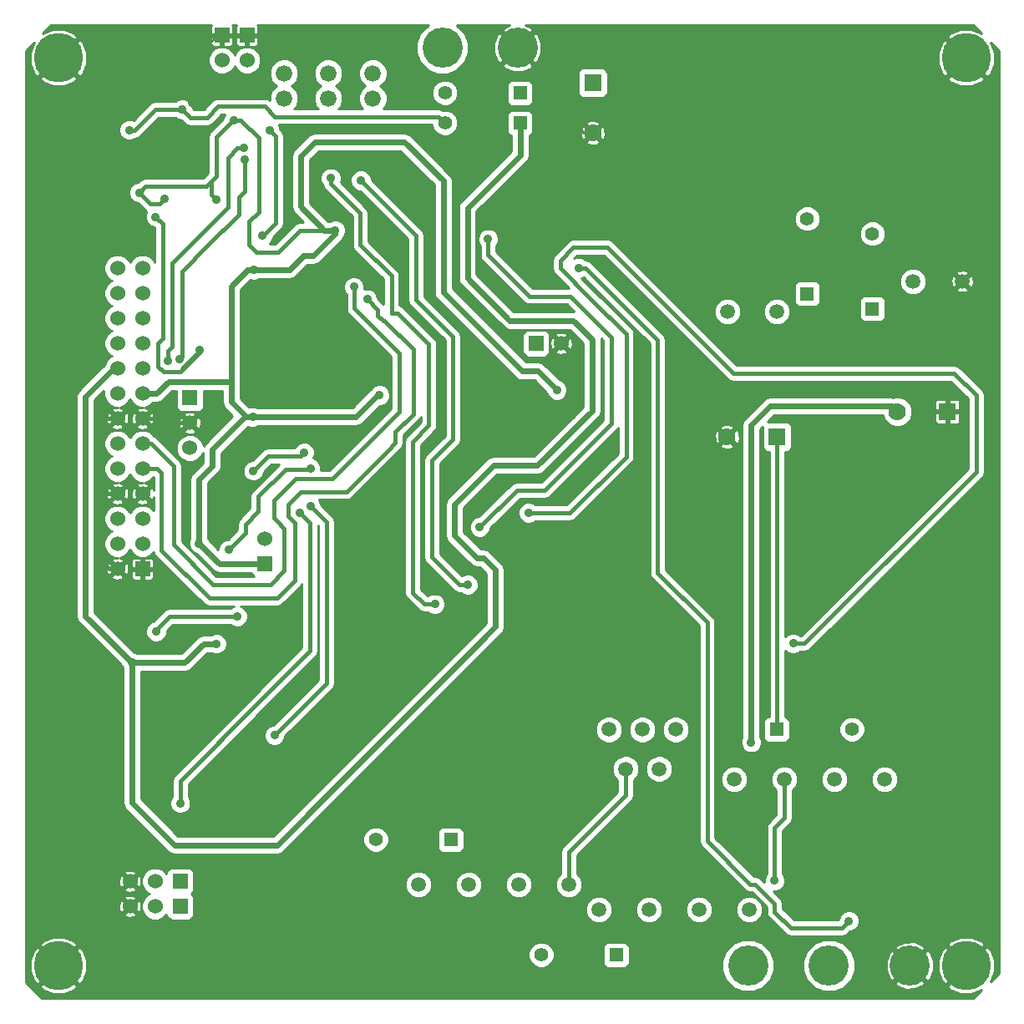
<source format=gbl>
G04 (created by PCBNEW (2013-07-07 BZR 4022)-stable) date 12/19/2014 12:15:36 PM*
%MOIN*%
G04 Gerber Fmt 3.4, Leading zero omitted, Abs format*
%FSLAX34Y34*%
G01*
G70*
G90*
G04 APERTURE LIST*
%ADD10C,0.00590551*%
%ADD11C,0.19685*%
%ADD12R,0.06X0.06*%
%ADD13C,0.06*%
%ADD14C,0.066*%
%ADD15C,0.0590551*%
%ADD16R,0.055X0.055*%
%ADD17C,0.055*%
%ADD18R,0.07X0.07*%
%ADD19C,0.07*%
%ADD20C,0.16*%
%ADD21C,0.035*%
%ADD22C,0.015748*%
%ADD23C,0.023622*%
%ADD24C,0.01*%
G04 APERTURE END LIST*
G54D10*
G54D11*
X37795Y-37795D03*
X1574Y-37795D03*
X37795Y-1574D03*
X1574Y-1574D03*
G54D12*
X8098Y-666D03*
G54D13*
X8098Y-1666D03*
G54D12*
X9098Y-666D03*
G54D13*
X9098Y-1666D03*
G54D14*
X14118Y-3186D03*
X14118Y-2186D03*
X12338Y-3186D03*
X12338Y-2186D03*
X10578Y-3186D03*
X10578Y-2186D03*
G54D15*
X28274Y-11686D03*
X30243Y-11686D03*
X37643Y-10486D03*
X35674Y-10486D03*
G54D12*
X6433Y-34433D03*
G54D13*
X5433Y-34433D03*
X4433Y-34433D03*
G54D12*
X6820Y-15141D03*
G54D13*
X6820Y-16141D03*
X6820Y-17141D03*
G54D12*
X6433Y-35433D03*
G54D13*
X5433Y-35433D03*
X4433Y-35433D03*
G54D12*
X9822Y-21759D03*
G54D13*
X9822Y-20759D03*
G54D12*
X20638Y-12966D03*
G54D13*
X21638Y-12966D03*
G54D16*
X17238Y-32766D03*
G54D17*
X14238Y-32766D03*
G54D16*
X30238Y-28366D03*
G54D17*
X33238Y-28366D03*
G54D16*
X23838Y-37366D03*
G54D17*
X20838Y-37366D03*
G54D16*
X34058Y-11586D03*
G54D17*
X34058Y-8586D03*
G54D16*
X19998Y-2966D03*
G54D17*
X16998Y-2966D03*
G54D16*
X31458Y-10986D03*
G54D17*
X31458Y-7986D03*
G54D16*
X19998Y-4166D03*
G54D17*
X16998Y-4166D03*
G54D18*
X30258Y-16686D03*
G54D19*
X28258Y-16686D03*
G54D18*
X37058Y-15686D03*
G54D19*
X35058Y-15686D03*
G54D18*
X22898Y-2566D03*
G54D19*
X22898Y-4566D03*
G54D20*
X19898Y-1166D03*
X16898Y-1166D03*
X35551Y-37795D03*
X32322Y-37795D03*
X29094Y-37795D03*
G54D15*
X23537Y-28371D03*
X24875Y-28371D03*
X26214Y-28371D03*
X24206Y-29946D03*
X25545Y-29946D03*
X19938Y-34566D03*
X17938Y-34566D03*
X21938Y-34566D03*
X15938Y-34566D03*
X30538Y-30366D03*
X32538Y-30366D03*
X28538Y-30366D03*
X34538Y-30366D03*
X25138Y-35566D03*
X27138Y-35566D03*
X23138Y-35566D03*
X29138Y-35566D03*
G54D12*
X4929Y-21964D03*
G54D13*
X3929Y-21964D03*
X4929Y-20964D03*
X3929Y-20964D03*
X4929Y-19964D03*
X3929Y-19964D03*
X4929Y-18964D03*
X3929Y-18964D03*
X4929Y-17964D03*
X3929Y-17964D03*
X4929Y-16964D03*
X3929Y-16964D03*
X4929Y-15964D03*
X3929Y-15964D03*
X4929Y-14964D03*
X3929Y-14964D03*
X4929Y-13964D03*
X3929Y-13964D03*
X4929Y-12964D03*
X3929Y-12964D03*
X4929Y-11964D03*
X3929Y-11964D03*
X4929Y-10964D03*
X3929Y-10964D03*
X4929Y-9964D03*
X3929Y-9964D03*
G54D21*
X33120Y-36013D03*
X22342Y-9950D03*
X18720Y-8799D03*
X18385Y-20295D03*
X4409Y-4448D03*
X6515Y-3631D03*
X7883Y-24950D03*
X4498Y-25698D03*
X9724Y-8661D03*
X10000Y-4468D03*
X16594Y-23366D03*
X12440Y-6368D03*
X13641Y-6456D03*
X17913Y-22598D03*
X11377Y-17322D03*
X9350Y-18051D03*
X8366Y-21200D03*
X11633Y-17952D03*
X6417Y-13582D03*
X8996Y-5629D03*
X11200Y-19724D03*
X6437Y-31318D03*
X11633Y-19448D03*
X10196Y-28602D03*
X5472Y-24468D03*
X8710Y-23858D03*
X5452Y-7913D03*
X7224Y-13228D03*
X5944Y-13661D03*
X8976Y-5157D03*
X13366Y-10708D03*
X13897Y-11200D03*
X30157Y-34409D03*
X29222Y-28887D03*
X20334Y-19724D03*
X30895Y-24940D03*
X18740Y-16889D03*
X11377Y-12598D03*
X6919Y-3356D03*
X7185Y-20944D03*
X14389Y-15029D03*
X12618Y-8444D03*
X21466Y-14822D03*
X7864Y-7214D03*
X5807Y-7204D03*
X4793Y-6948D03*
X9330Y-15905D03*
X9360Y-10029D03*
X8562Y-4045D03*
G54D22*
X23120Y-10462D02*
X25492Y-12834D01*
X25492Y-22125D02*
X27460Y-24094D01*
X25492Y-20944D02*
X25492Y-22125D01*
X25492Y-12834D02*
X25492Y-20944D01*
X22342Y-9950D02*
X22608Y-9950D01*
X22608Y-9950D02*
X23120Y-10462D01*
X27460Y-24094D02*
X27460Y-32814D01*
X27460Y-32814D02*
X29192Y-34547D01*
X29192Y-34547D02*
X29370Y-34547D01*
X29370Y-34547D02*
X30157Y-35334D01*
X30157Y-35334D02*
X30157Y-35649D01*
X30157Y-35649D02*
X30807Y-36299D01*
X30807Y-36299D02*
X32834Y-36299D01*
X32834Y-36299D02*
X33120Y-36013D01*
X23090Y-12165D02*
X23641Y-12716D01*
X19862Y-18818D02*
X18385Y-20295D01*
X20984Y-18818D02*
X19862Y-18818D01*
X23641Y-16161D02*
X20984Y-18818D01*
X23641Y-12716D02*
X23641Y-16161D01*
X18720Y-9429D02*
X18720Y-8799D01*
X20374Y-11082D02*
X18720Y-9429D01*
X22007Y-11082D02*
X20374Y-11082D01*
X23090Y-12165D02*
X22007Y-11082D01*
X6515Y-3631D02*
X6525Y-3631D01*
X16749Y-3917D02*
X16998Y-4166D01*
X10216Y-3917D02*
X16749Y-3917D01*
X9803Y-3503D02*
X10216Y-3917D01*
X7952Y-3503D02*
X9803Y-3503D01*
X7500Y-3956D02*
X7952Y-3503D01*
X6850Y-3956D02*
X7500Y-3956D01*
X6525Y-3631D02*
X6850Y-3956D01*
X4409Y-4448D02*
X4625Y-4448D01*
X5442Y-3631D02*
X6515Y-3631D01*
X4625Y-4448D02*
X5442Y-3631D01*
G54D23*
X17381Y-20629D02*
X17381Y-19389D01*
X22874Y-15649D02*
X22874Y-12814D01*
X20688Y-17834D02*
X22874Y-15649D01*
X18937Y-17834D02*
X20688Y-17834D01*
X17381Y-19389D02*
X18937Y-17834D01*
X22874Y-12814D02*
X22559Y-12500D01*
G54D22*
X22559Y-12500D02*
X22874Y-12814D01*
G54D23*
X4498Y-30649D02*
X4498Y-31289D01*
X18287Y-21535D02*
X17381Y-20629D01*
X18543Y-21535D02*
X18287Y-21535D01*
X19015Y-22007D02*
X18543Y-21535D01*
X19015Y-24271D02*
X19015Y-22007D01*
X11102Y-32185D02*
X19015Y-24271D01*
X4498Y-25698D02*
X4498Y-30649D01*
X4498Y-31289D02*
X6200Y-32992D01*
X6200Y-32992D02*
X10295Y-32992D01*
X10295Y-32992D02*
X11102Y-32185D01*
X3929Y-13964D02*
X3771Y-13964D01*
X2657Y-23858D02*
X4498Y-25698D01*
X2657Y-15078D02*
X2657Y-23858D01*
X3771Y-13964D02*
X2657Y-15078D01*
X4498Y-25698D02*
X6624Y-25698D01*
X6624Y-25698D02*
X7372Y-24950D01*
X7372Y-24950D02*
X7883Y-24950D01*
X22559Y-12500D02*
X22559Y-12480D01*
X22559Y-12480D02*
X22125Y-12047D01*
X22125Y-12047D02*
X19586Y-12047D01*
X19586Y-12047D02*
X17893Y-10354D01*
X17893Y-10354D02*
X17893Y-7559D01*
X17893Y-7559D02*
X19998Y-5453D01*
X19998Y-5453D02*
X19998Y-4166D01*
G54D22*
X9724Y-8661D02*
X9744Y-8661D01*
X10236Y-4704D02*
X10000Y-4468D01*
X10236Y-8169D02*
X10236Y-4704D01*
X9744Y-8661D02*
X10236Y-8169D01*
X12440Y-6368D02*
X12440Y-6594D01*
X13622Y-9015D02*
X14862Y-10255D01*
X13622Y-7775D02*
X13622Y-9015D01*
X12440Y-6594D02*
X13622Y-7775D01*
X15708Y-17027D02*
X15708Y-16889D01*
X15118Y-11751D02*
X14862Y-11751D01*
X16358Y-12992D02*
X15118Y-11751D01*
X16358Y-16240D02*
X16358Y-12992D01*
X15708Y-16889D02*
X16358Y-16240D01*
X15708Y-22913D02*
X15708Y-17027D01*
X14862Y-11751D02*
X14862Y-10255D01*
X16594Y-23366D02*
X16161Y-23366D01*
X16161Y-23366D02*
X15708Y-22913D01*
X15846Y-8661D02*
X15846Y-8877D01*
X13641Y-6456D02*
X15846Y-8661D01*
X16476Y-19271D02*
X16476Y-17637D01*
X16476Y-19271D02*
X16476Y-21496D01*
X16476Y-21496D02*
X17578Y-22598D01*
X17578Y-22598D02*
X17913Y-22598D01*
X16476Y-17637D02*
X17322Y-16791D01*
X17322Y-16791D02*
X17322Y-12696D01*
X17322Y-12696D02*
X15846Y-11220D01*
X15846Y-11220D02*
X15846Y-8877D01*
X11240Y-17460D02*
X11377Y-17322D01*
X9940Y-17460D02*
X11240Y-17460D01*
X9350Y-18051D02*
X9940Y-17460D01*
X9035Y-20531D02*
X8366Y-21200D01*
X9035Y-20177D02*
X9035Y-20531D01*
X9547Y-19665D02*
X9035Y-20177D01*
X9547Y-19074D02*
X9547Y-19665D01*
X10629Y-17992D02*
X9547Y-19074D01*
X11594Y-17992D02*
X10629Y-17992D01*
X11633Y-17952D02*
X11594Y-17992D01*
X6496Y-10098D02*
X7519Y-9074D01*
X6496Y-13503D02*
X6496Y-10098D01*
X6417Y-13582D02*
X6496Y-13503D01*
X8996Y-5629D02*
X8996Y-6889D01*
X8759Y-7834D02*
X7519Y-9074D01*
X8759Y-7125D02*
X8759Y-7834D01*
X8996Y-6889D02*
X8759Y-7125D01*
X11614Y-25236D02*
X9625Y-27224D01*
X11614Y-20137D02*
X11614Y-25236D01*
X11200Y-19724D02*
X11614Y-20137D01*
X6437Y-31318D02*
X6437Y-30413D01*
X6437Y-30413D02*
X9625Y-27224D01*
X12283Y-26515D02*
X10196Y-28602D01*
X12283Y-20098D02*
X12283Y-26515D01*
X11633Y-19448D02*
X12283Y-20098D01*
X5472Y-24468D02*
X5472Y-24389D01*
X6003Y-23858D02*
X8710Y-23858D01*
X5472Y-24389D02*
X6003Y-23858D01*
X7224Y-13228D02*
X7224Y-13326D01*
X5748Y-8208D02*
X5452Y-7913D01*
X5748Y-12775D02*
X5748Y-8208D01*
X5551Y-12972D02*
X5748Y-12775D01*
X5551Y-13877D02*
X5551Y-12972D01*
X5767Y-14094D02*
X5551Y-13877D01*
X6456Y-14094D02*
X5767Y-14094D01*
X7224Y-13326D02*
X6456Y-14094D01*
G54D24*
X6476Y-13976D02*
X6476Y-14035D01*
X7224Y-13228D02*
X6476Y-13976D01*
G54D22*
X6102Y-9763D02*
X7913Y-7952D01*
X6102Y-13110D02*
X6102Y-9763D01*
X5944Y-13267D02*
X6102Y-13110D01*
X5944Y-13661D02*
X5944Y-13267D01*
X8720Y-5157D02*
X8976Y-5157D01*
X7913Y-7952D02*
X8326Y-7539D01*
X8326Y-7539D02*
X8326Y-5551D01*
X8326Y-5551D02*
X8720Y-5157D01*
X10177Y-19940D02*
X10177Y-19212D01*
X12519Y-18346D02*
X13307Y-17559D01*
X11043Y-18346D02*
X12519Y-18346D01*
X10177Y-19212D02*
X11043Y-18346D01*
X10177Y-19940D02*
X10295Y-20059D01*
X10295Y-20059D02*
X10590Y-20354D01*
X6181Y-17874D02*
X6181Y-21003D01*
X6181Y-21003D02*
X7755Y-22578D01*
X7755Y-22578D02*
X10039Y-22578D01*
X4929Y-16964D02*
X5271Y-16964D01*
X5271Y-16964D02*
X6181Y-17874D01*
X10590Y-20354D02*
X10590Y-22027D01*
X10590Y-22027D02*
X10039Y-22578D01*
X13307Y-17559D02*
X15177Y-15688D01*
X15177Y-15688D02*
X15177Y-13366D01*
X15177Y-13366D02*
X13385Y-11574D01*
X13385Y-11574D02*
X13385Y-10728D01*
X13385Y-10728D02*
X13366Y-10708D01*
X11003Y-20137D02*
X10728Y-19862D01*
X13070Y-18877D02*
X14704Y-17244D01*
X11240Y-18877D02*
X13070Y-18877D01*
X10728Y-19389D02*
X11240Y-18877D01*
X10728Y-19862D02*
X10728Y-19389D01*
X11003Y-22421D02*
X10295Y-23129D01*
X11003Y-20137D02*
X11003Y-22421D01*
X5523Y-17964D02*
X5688Y-18129D01*
X4929Y-17964D02*
X5523Y-17964D01*
X7598Y-23129D02*
X10295Y-23129D01*
X5688Y-21220D02*
X7598Y-23129D01*
X5688Y-18129D02*
X5688Y-21220D01*
X14311Y-11614D02*
X13897Y-11200D01*
X14311Y-11850D02*
X14311Y-11614D01*
X14527Y-12066D02*
X14311Y-11850D01*
X14586Y-12066D02*
X14527Y-12066D01*
X15728Y-13208D02*
X14586Y-12066D01*
X15728Y-15787D02*
X15728Y-13208D01*
X15019Y-16496D02*
X15728Y-15787D01*
X15019Y-16929D02*
X15019Y-16496D01*
X14704Y-17244D02*
X15019Y-16929D01*
X30157Y-34409D02*
X30157Y-32283D01*
X30538Y-31902D02*
X30538Y-30366D01*
X30157Y-32283D02*
X30538Y-31902D01*
X30258Y-16686D02*
X30258Y-28346D01*
X30258Y-28346D02*
X30238Y-28366D01*
G54D23*
X29222Y-28887D02*
X29222Y-16230D01*
X34844Y-15472D02*
X35058Y-15686D01*
X29980Y-15472D02*
X34844Y-15472D01*
X29222Y-16230D02*
X29980Y-15472D01*
G54D22*
X22824Y-11190D02*
X24232Y-12598D01*
X21988Y-19724D02*
X20334Y-19724D01*
X24232Y-17480D02*
X21988Y-19724D01*
X24232Y-12598D02*
X24232Y-17480D01*
X31397Y-14153D02*
X28503Y-14153D01*
X28503Y-14153D02*
X25767Y-11417D01*
X21594Y-9960D02*
X22824Y-11190D01*
X21594Y-9665D02*
X21594Y-9960D01*
X22125Y-9133D02*
X21594Y-9665D01*
X23484Y-9133D02*
X22125Y-9133D01*
X25767Y-11417D02*
X23484Y-9133D01*
X30895Y-24940D02*
X31358Y-24940D01*
X37322Y-14153D02*
X31397Y-14153D01*
X38208Y-15039D02*
X37322Y-14153D01*
X38208Y-18090D02*
X38208Y-15039D01*
X31358Y-24940D02*
X38208Y-18090D01*
X3929Y-21964D02*
X3598Y-21964D01*
X3598Y-21964D02*
X3149Y-21515D01*
X3149Y-21515D02*
X3149Y-19153D01*
X3149Y-19153D02*
X3338Y-18964D01*
X3929Y-18964D02*
X3338Y-18964D01*
X3338Y-18964D02*
X3314Y-18964D01*
X3149Y-15964D02*
X3929Y-15964D01*
X3090Y-16023D02*
X3149Y-15964D01*
X3090Y-18740D02*
X3090Y-16023D01*
X3314Y-18964D02*
X3090Y-18740D01*
X6820Y-16141D02*
X6397Y-16141D01*
X6220Y-15964D02*
X4929Y-15964D01*
X6397Y-16141D02*
X6220Y-15964D01*
G54D24*
X22898Y-4566D02*
X22539Y-4566D01*
X21309Y-2577D02*
X19898Y-1166D01*
X21309Y-3336D02*
X21309Y-2577D01*
X22539Y-4566D02*
X21309Y-3336D01*
X7925Y-666D02*
X8098Y-666D01*
X7332Y-1259D02*
X7925Y-666D01*
X7332Y-2942D02*
X7332Y-1259D01*
X6919Y-3356D02*
X7332Y-2942D01*
G54D22*
X21938Y-34566D02*
X21938Y-33257D01*
X24206Y-30990D02*
X24206Y-29946D01*
X21938Y-33257D02*
X24206Y-30990D01*
G54D23*
X12618Y-8444D02*
X12185Y-8444D01*
X20718Y-14074D02*
X21466Y-14822D01*
X20078Y-14074D02*
X20718Y-14074D01*
X16929Y-10925D02*
X20078Y-14074D01*
X16929Y-6476D02*
X16929Y-10925D01*
X15374Y-4921D02*
X16929Y-6476D01*
X11811Y-4921D02*
X15374Y-4921D01*
X11240Y-5492D02*
X11811Y-4921D01*
X11240Y-7500D02*
X11240Y-5492D01*
X12185Y-8444D02*
X11240Y-7500D01*
X9822Y-21759D02*
X8000Y-21759D01*
X8000Y-21759D02*
X7185Y-20944D01*
X9330Y-15905D02*
X8996Y-15905D01*
X7185Y-18385D02*
X7185Y-20944D01*
X7696Y-17874D02*
X7185Y-18385D01*
X7696Y-17204D02*
X7696Y-17874D01*
X8996Y-15905D02*
X7696Y-17204D01*
X9360Y-10029D02*
X10797Y-10029D01*
X10797Y-10029D02*
X11358Y-9468D01*
X11358Y-9468D02*
X11751Y-9468D01*
X11751Y-9468D02*
X12618Y-8602D01*
X12618Y-8602D02*
X12618Y-8444D01*
X8464Y-14488D02*
X8464Y-10688D01*
X9124Y-10029D02*
X9360Y-10029D01*
X8464Y-10688D02*
X9124Y-10029D01*
X9330Y-15905D02*
X9074Y-15905D01*
X8464Y-15295D02*
X8464Y-14488D01*
X9074Y-15905D02*
X8464Y-15295D01*
X9330Y-15905D02*
X13444Y-15905D01*
X14320Y-15029D02*
X14389Y-15029D01*
X13444Y-15905D02*
X14320Y-15029D01*
X4929Y-14964D02*
X5488Y-14964D01*
X5488Y-14964D02*
X5964Y-14488D01*
X5964Y-14488D02*
X8464Y-14488D01*
G54D22*
X8562Y-4045D02*
X8848Y-4045D01*
X11220Y-8444D02*
X12618Y-8444D01*
X10354Y-9311D02*
X11220Y-8444D01*
X9468Y-9311D02*
X10354Y-9311D01*
X9173Y-9015D02*
X9468Y-9311D01*
X9173Y-8110D02*
X9173Y-9015D01*
X9566Y-7716D02*
X9173Y-8110D01*
X9566Y-4763D02*
X9566Y-7716D01*
X8848Y-4045D02*
X9566Y-4763D01*
X5807Y-7204D02*
X5620Y-7391D01*
X5620Y-7391D02*
X5236Y-7391D01*
X5236Y-7391D02*
X4793Y-6948D01*
X7677Y-6496D02*
X7677Y-7027D01*
X7677Y-7027D02*
X7864Y-7214D01*
X8562Y-4045D02*
X8553Y-4045D01*
X5049Y-6692D02*
X4793Y-6948D01*
X7480Y-6692D02*
X5049Y-6692D01*
X7874Y-6299D02*
X7677Y-6496D01*
X7677Y-6496D02*
X7480Y-6692D01*
X7874Y-4724D02*
X7874Y-6299D01*
X8553Y-4045D02*
X7874Y-4724D01*
G54D24*
X5620Y-7391D02*
X5236Y-7391D01*
G54D10*
G36*
X39103Y-38078D02*
X38767Y-38414D01*
X38930Y-38016D01*
X38928Y-37565D01*
X38759Y-37156D01*
X38621Y-37040D01*
X38550Y-37110D01*
X38550Y-36969D01*
X38550Y-2400D01*
X37795Y-1645D01*
X37724Y-1716D01*
X37724Y-1574D01*
X36969Y-819D01*
X36831Y-936D01*
X36660Y-1353D01*
X36661Y-1804D01*
X36831Y-2213D01*
X36969Y-2329D01*
X37724Y-1574D01*
X37724Y-1716D01*
X37040Y-2400D01*
X37156Y-2538D01*
X37574Y-2709D01*
X38025Y-2708D01*
X38433Y-2538D01*
X38550Y-2400D01*
X38550Y-36969D01*
X38534Y-36950D01*
X38534Y-18090D01*
X38534Y-15039D01*
X38509Y-14914D01*
X38438Y-14809D01*
X38438Y-14809D01*
X38093Y-14463D01*
X38093Y-10543D01*
X38081Y-10366D01*
X38037Y-10262D01*
X37970Y-10229D01*
X37900Y-10300D01*
X37900Y-10159D01*
X37867Y-10092D01*
X37699Y-10036D01*
X37523Y-10049D01*
X37418Y-10092D01*
X37386Y-10159D01*
X37643Y-10416D01*
X37900Y-10159D01*
X37900Y-10300D01*
X37713Y-10486D01*
X37970Y-10743D01*
X38037Y-10711D01*
X38093Y-10543D01*
X38093Y-14463D01*
X37900Y-14270D01*
X37900Y-10814D01*
X37643Y-10557D01*
X37572Y-10628D01*
X37572Y-10486D01*
X37315Y-10229D01*
X37248Y-10262D01*
X37192Y-10430D01*
X37205Y-10606D01*
X37248Y-10711D01*
X37315Y-10743D01*
X37572Y-10486D01*
X37572Y-10628D01*
X37386Y-10814D01*
X37418Y-10881D01*
X37586Y-10937D01*
X37763Y-10924D01*
X37867Y-10881D01*
X37900Y-10814D01*
X37900Y-14270D01*
X37553Y-13923D01*
X37447Y-13852D01*
X37322Y-13827D01*
X36216Y-13827D01*
X36216Y-10379D01*
X36134Y-10180D01*
X35982Y-10027D01*
X35782Y-9944D01*
X35567Y-9944D01*
X35367Y-10027D01*
X35215Y-10179D01*
X35132Y-10378D01*
X35132Y-10594D01*
X35214Y-10793D01*
X35367Y-10946D01*
X35566Y-11028D01*
X35782Y-11029D01*
X35981Y-10946D01*
X36133Y-10794D01*
X36216Y-10595D01*
X36216Y-10379D01*
X36216Y-13827D01*
X34580Y-13827D01*
X34580Y-8483D01*
X34501Y-8291D01*
X34354Y-8144D01*
X34163Y-8065D01*
X33955Y-8064D01*
X33763Y-8144D01*
X33616Y-8290D01*
X33537Y-8482D01*
X33536Y-8690D01*
X33616Y-8882D01*
X33762Y-9029D01*
X33954Y-9108D01*
X34162Y-9108D01*
X34354Y-9029D01*
X34501Y-8882D01*
X34580Y-8691D01*
X34580Y-8483D01*
X34580Y-13827D01*
X34580Y-13827D01*
X34580Y-11813D01*
X34580Y-11263D01*
X34543Y-11172D01*
X34473Y-11102D01*
X34383Y-11065D01*
X34285Y-11065D01*
X33735Y-11065D01*
X33644Y-11102D01*
X33574Y-11171D01*
X33537Y-11262D01*
X33537Y-11360D01*
X33537Y-11910D01*
X33574Y-12001D01*
X33643Y-12071D01*
X33734Y-12108D01*
X33832Y-12108D01*
X34382Y-12108D01*
X34473Y-12071D01*
X34543Y-12001D01*
X34580Y-11911D01*
X34580Y-11813D01*
X34580Y-13827D01*
X31980Y-13827D01*
X31980Y-7883D01*
X31901Y-7691D01*
X31754Y-7544D01*
X31563Y-7465D01*
X31355Y-7464D01*
X31163Y-7544D01*
X31016Y-7690D01*
X30937Y-7882D01*
X30936Y-8090D01*
X31016Y-8282D01*
X31162Y-8429D01*
X31354Y-8508D01*
X31562Y-8508D01*
X31754Y-8429D01*
X31901Y-8282D01*
X31980Y-8091D01*
X31980Y-7883D01*
X31980Y-13827D01*
X31980Y-13827D01*
X31980Y-11213D01*
X31980Y-10663D01*
X31943Y-10572D01*
X31873Y-10502D01*
X31783Y-10465D01*
X31685Y-10465D01*
X31135Y-10465D01*
X31044Y-10502D01*
X30974Y-10571D01*
X30937Y-10662D01*
X30937Y-10760D01*
X30937Y-11310D01*
X30974Y-11401D01*
X31043Y-11471D01*
X31134Y-11508D01*
X31232Y-11508D01*
X31782Y-11508D01*
X31873Y-11471D01*
X31943Y-11401D01*
X31980Y-11311D01*
X31980Y-11213D01*
X31980Y-13827D01*
X31397Y-13827D01*
X30785Y-13827D01*
X30785Y-11579D01*
X30703Y-11380D01*
X30550Y-11227D01*
X30351Y-11144D01*
X30135Y-11144D01*
X29936Y-11227D01*
X29783Y-11379D01*
X29701Y-11578D01*
X29700Y-11794D01*
X29783Y-11993D01*
X29935Y-12146D01*
X30134Y-12228D01*
X30350Y-12229D01*
X30549Y-12146D01*
X30702Y-11994D01*
X30785Y-11795D01*
X30785Y-11579D01*
X30785Y-13827D01*
X28816Y-13827D01*
X28816Y-11579D01*
X28734Y-11380D01*
X28582Y-11227D01*
X28382Y-11144D01*
X28167Y-11144D01*
X27967Y-11227D01*
X27815Y-11379D01*
X27732Y-11578D01*
X27732Y-11794D01*
X27814Y-11993D01*
X27967Y-12146D01*
X28166Y-12228D01*
X28382Y-12229D01*
X28581Y-12146D01*
X28733Y-11994D01*
X28816Y-11795D01*
X28816Y-11579D01*
X28816Y-13827D01*
X28638Y-13827D01*
X25997Y-11187D01*
X25997Y-11187D01*
X25997Y-11187D01*
X23714Y-8903D01*
X23608Y-8833D01*
X23495Y-8810D01*
X23495Y-2868D01*
X23495Y-2168D01*
X23458Y-2077D01*
X23388Y-2007D01*
X23298Y-1970D01*
X23200Y-1970D01*
X22500Y-1970D01*
X22409Y-2007D01*
X22339Y-2076D01*
X22302Y-2167D01*
X22302Y-2265D01*
X22302Y-2965D01*
X22339Y-3056D01*
X22408Y-3126D01*
X22499Y-3163D01*
X22597Y-3163D01*
X23297Y-3163D01*
X23388Y-3126D01*
X23458Y-3056D01*
X23495Y-2966D01*
X23495Y-2868D01*
X23495Y-8810D01*
X23484Y-8808D01*
X23403Y-8808D01*
X23403Y-4636D01*
X23392Y-4438D01*
X23338Y-4309D01*
X23266Y-4270D01*
X23195Y-4340D01*
X23195Y-4199D01*
X23156Y-4127D01*
X22968Y-4061D01*
X22770Y-4073D01*
X22641Y-4127D01*
X22602Y-4199D01*
X22898Y-4496D01*
X23195Y-4199D01*
X23195Y-4340D01*
X22969Y-4566D01*
X23266Y-4863D01*
X23338Y-4824D01*
X23403Y-4636D01*
X23403Y-8808D01*
X23195Y-8808D01*
X23195Y-4934D01*
X22898Y-4637D01*
X22828Y-4708D01*
X22828Y-4566D01*
X22531Y-4270D01*
X22459Y-4309D01*
X22393Y-4497D01*
X22405Y-4695D01*
X22459Y-4824D01*
X22531Y-4863D01*
X22828Y-4566D01*
X22828Y-4708D01*
X22602Y-4934D01*
X22641Y-5006D01*
X22829Y-5071D01*
X23027Y-5060D01*
X23156Y-5006D01*
X23195Y-4934D01*
X23195Y-8808D01*
X22125Y-8808D01*
X22001Y-8833D01*
X21895Y-8903D01*
X21364Y-9435D01*
X21293Y-9540D01*
X21268Y-9665D01*
X21268Y-9960D01*
X21293Y-10085D01*
X21364Y-10190D01*
X21930Y-10757D01*
X20851Y-10757D01*
X20851Y-1344D01*
X20846Y-966D01*
X20710Y-638D01*
X20591Y-544D01*
X19969Y-1166D01*
X20591Y-1789D01*
X20710Y-1695D01*
X20851Y-1344D01*
X20851Y-10757D01*
X20520Y-10757D01*
X20520Y-1859D01*
X19898Y-1237D01*
X19828Y-1308D01*
X19828Y-1166D01*
X19206Y-544D01*
X19086Y-638D01*
X18946Y-989D01*
X18951Y-1367D01*
X19086Y-1695D01*
X19206Y-1789D01*
X19828Y-1166D01*
X19828Y-1308D01*
X19276Y-1859D01*
X19370Y-1978D01*
X19721Y-2119D01*
X20099Y-2114D01*
X20427Y-1978D01*
X20520Y-1859D01*
X20520Y-10757D01*
X20508Y-10757D01*
X19046Y-9294D01*
X19046Y-9070D01*
X19077Y-9038D01*
X19142Y-8883D01*
X19142Y-8715D01*
X19078Y-8560D01*
X18959Y-8441D01*
X18804Y-8377D01*
X18636Y-8377D01*
X18481Y-8441D01*
X18363Y-8559D01*
X18298Y-8714D01*
X18298Y-8882D01*
X18362Y-9037D01*
X18394Y-9070D01*
X18394Y-9429D01*
X18419Y-9553D01*
X18490Y-9659D01*
X20143Y-11312D01*
X20143Y-11312D01*
X20214Y-11360D01*
X20249Y-11383D01*
X20249Y-11383D01*
X20374Y-11408D01*
X20374Y-11408D01*
X21873Y-11408D01*
X22152Y-11687D01*
X22125Y-11682D01*
X19737Y-11682D01*
X18258Y-10203D01*
X18258Y-7710D01*
X20256Y-5711D01*
X20256Y-5711D01*
X20256Y-5711D01*
X20336Y-5593D01*
X20363Y-5453D01*
X20363Y-5453D01*
X20363Y-4671D01*
X20413Y-4651D01*
X20483Y-4581D01*
X20520Y-4491D01*
X20520Y-4393D01*
X20520Y-3843D01*
X20520Y-3193D01*
X20520Y-2643D01*
X20483Y-2552D01*
X20413Y-2482D01*
X20323Y-2445D01*
X20225Y-2445D01*
X19675Y-2445D01*
X19584Y-2482D01*
X19514Y-2551D01*
X19477Y-2642D01*
X19477Y-2740D01*
X19477Y-3290D01*
X19514Y-3381D01*
X19583Y-3451D01*
X19674Y-3488D01*
X19772Y-3488D01*
X20322Y-3488D01*
X20413Y-3451D01*
X20483Y-3381D01*
X20520Y-3291D01*
X20520Y-3193D01*
X20520Y-3843D01*
X20483Y-3752D01*
X20413Y-3682D01*
X20323Y-3645D01*
X20225Y-3645D01*
X19675Y-3645D01*
X19584Y-3682D01*
X19514Y-3751D01*
X19477Y-3842D01*
X19477Y-3940D01*
X19477Y-4490D01*
X19514Y-4581D01*
X19583Y-4651D01*
X19633Y-4671D01*
X19633Y-5302D01*
X17635Y-7300D01*
X17556Y-7419D01*
X17528Y-7559D01*
X17528Y-10354D01*
X17556Y-10493D01*
X17635Y-10612D01*
X19328Y-12305D01*
X19446Y-12384D01*
X19446Y-12384D01*
X19586Y-12412D01*
X21974Y-12412D01*
X22261Y-12698D01*
X22261Y-12698D01*
X22300Y-12758D01*
X22509Y-12966D01*
X22509Y-15498D01*
X22094Y-15913D01*
X22094Y-13024D01*
X22081Y-12846D01*
X22037Y-12739D01*
X21970Y-12706D01*
X21899Y-12777D01*
X21899Y-12635D01*
X21866Y-12568D01*
X21696Y-12511D01*
X21518Y-12524D01*
X21411Y-12568D01*
X21378Y-12635D01*
X21638Y-12896D01*
X21899Y-12635D01*
X21899Y-12777D01*
X21709Y-12966D01*
X21970Y-13227D01*
X22037Y-13194D01*
X22094Y-13024D01*
X22094Y-15913D01*
X21899Y-16108D01*
X21899Y-13298D01*
X21638Y-13037D01*
X21568Y-13108D01*
X21568Y-12966D01*
X21307Y-12706D01*
X21240Y-12739D01*
X21185Y-12902D01*
X21185Y-12618D01*
X21148Y-12527D01*
X21078Y-12457D01*
X20988Y-12420D01*
X20890Y-12420D01*
X20290Y-12420D01*
X20199Y-12457D01*
X20129Y-12526D01*
X20092Y-12617D01*
X20092Y-12715D01*
X20092Y-13315D01*
X20129Y-13406D01*
X20198Y-13476D01*
X20289Y-13513D01*
X20387Y-13513D01*
X20987Y-13513D01*
X21078Y-13476D01*
X21148Y-13406D01*
X21185Y-13316D01*
X21185Y-13218D01*
X21185Y-12938D01*
X21196Y-13087D01*
X21240Y-13194D01*
X21307Y-13227D01*
X21568Y-12966D01*
X21568Y-13108D01*
X21378Y-13298D01*
X21411Y-13365D01*
X21581Y-13422D01*
X21759Y-13409D01*
X21866Y-13365D01*
X21899Y-13298D01*
X21899Y-16108D01*
X20537Y-17469D01*
X18937Y-17469D01*
X18797Y-17497D01*
X18678Y-17576D01*
X17123Y-19131D01*
X17044Y-19250D01*
X17016Y-19389D01*
X17016Y-20629D01*
X17044Y-20769D01*
X17123Y-20887D01*
X18029Y-21793D01*
X18147Y-21872D01*
X18147Y-21872D01*
X18287Y-21900D01*
X18392Y-21900D01*
X18650Y-22159D01*
X18650Y-24120D01*
X18335Y-24435D01*
X18335Y-22514D01*
X18271Y-22359D01*
X18152Y-22241D01*
X17997Y-22176D01*
X17829Y-22176D01*
X17679Y-22238D01*
X16801Y-21361D01*
X16801Y-19271D01*
X16801Y-17772D01*
X17553Y-17021D01*
X17623Y-16915D01*
X17648Y-16791D01*
X17648Y-16791D01*
X17648Y-12696D01*
X17648Y-12696D01*
X17623Y-12572D01*
X17623Y-12572D01*
X17600Y-12537D01*
X17553Y-12466D01*
X17553Y-12466D01*
X16172Y-11085D01*
X16172Y-8877D01*
X16172Y-8661D01*
X16172Y-8661D01*
X16147Y-8536D01*
X16147Y-8536D01*
X16123Y-8501D01*
X16076Y-8431D01*
X16076Y-8431D01*
X14063Y-6418D01*
X14063Y-6373D01*
X13999Y-6218D01*
X13881Y-6099D01*
X13726Y-6034D01*
X13558Y-6034D01*
X13403Y-6098D01*
X13284Y-6217D01*
X13219Y-6372D01*
X13219Y-6540D01*
X13283Y-6695D01*
X13402Y-6814D01*
X13557Y-6878D01*
X13603Y-6878D01*
X15520Y-8796D01*
X15520Y-8877D01*
X15520Y-11220D01*
X15545Y-11345D01*
X15616Y-11450D01*
X16997Y-12831D01*
X16997Y-16656D01*
X16246Y-17407D01*
X16175Y-17513D01*
X16150Y-17637D01*
X16150Y-19271D01*
X16150Y-21496D01*
X16175Y-21620D01*
X16246Y-21726D01*
X17348Y-22828D01*
X17348Y-22828D01*
X17419Y-22875D01*
X17454Y-22899D01*
X17454Y-22899D01*
X17578Y-22924D01*
X17578Y-22924D01*
X17642Y-22924D01*
X17674Y-22955D01*
X17829Y-23020D01*
X17996Y-23020D01*
X18152Y-22956D01*
X18270Y-22837D01*
X18335Y-22682D01*
X18335Y-22514D01*
X18335Y-24435D01*
X10844Y-31926D01*
X10844Y-31926D01*
X10844Y-31926D01*
X10144Y-32627D01*
X6351Y-32627D01*
X4862Y-31138D01*
X4862Y-30649D01*
X4862Y-26063D01*
X6624Y-26063D01*
X6763Y-26035D01*
X6763Y-26035D01*
X6882Y-25956D01*
X7523Y-25315D01*
X7662Y-25315D01*
X7799Y-25372D01*
X7967Y-25372D01*
X8122Y-25308D01*
X8241Y-25190D01*
X8305Y-25035D01*
X8305Y-24867D01*
X8241Y-24712D01*
X8123Y-24593D01*
X7968Y-24529D01*
X7800Y-24528D01*
X7662Y-24585D01*
X7372Y-24585D01*
X7232Y-24613D01*
X7113Y-24692D01*
X7113Y-24692D01*
X7113Y-24692D01*
X6472Y-25333D01*
X4879Y-25333D01*
X4879Y-22377D01*
X4879Y-22014D01*
X4879Y-21914D01*
X4879Y-21552D01*
X4841Y-21514D01*
X4658Y-21514D01*
X4599Y-21514D01*
X4544Y-21537D01*
X4501Y-21579D01*
X4479Y-21634D01*
X4479Y-21877D01*
X4516Y-21914D01*
X4879Y-21914D01*
X4879Y-22014D01*
X4516Y-22014D01*
X4479Y-22052D01*
X4479Y-22294D01*
X4501Y-22349D01*
X4544Y-22391D01*
X4599Y-22414D01*
X4658Y-22414D01*
X4841Y-22414D01*
X4879Y-22377D01*
X4879Y-25333D01*
X4719Y-25333D01*
X4599Y-25284D01*
X4384Y-25068D01*
X4384Y-22022D01*
X4371Y-21843D01*
X4327Y-21736D01*
X4260Y-21704D01*
X3999Y-21964D01*
X4260Y-22225D01*
X4327Y-22192D01*
X4384Y-22022D01*
X4384Y-25068D01*
X4189Y-24874D01*
X4189Y-22295D01*
X3929Y-22035D01*
X3858Y-22105D01*
X3858Y-21964D01*
X3597Y-21704D01*
X3530Y-21736D01*
X3473Y-21906D01*
X3486Y-22085D01*
X3530Y-22192D01*
X3597Y-22225D01*
X3858Y-21964D01*
X3858Y-22105D01*
X3668Y-22295D01*
X3701Y-22362D01*
X3871Y-22419D01*
X4049Y-22407D01*
X4156Y-22362D01*
X4189Y-22295D01*
X4189Y-24874D01*
X3022Y-23707D01*
X3022Y-15229D01*
X3382Y-14869D01*
X3382Y-15072D01*
X3465Y-15273D01*
X3618Y-15427D01*
X3819Y-15511D01*
X3958Y-15511D01*
X3808Y-15521D01*
X3701Y-15566D01*
X3668Y-15633D01*
X3929Y-15893D01*
X4189Y-15633D01*
X4156Y-15566D01*
X3993Y-15511D01*
X4037Y-15511D01*
X4238Y-15428D01*
X4392Y-15274D01*
X4429Y-15186D01*
X4465Y-15273D01*
X4618Y-15427D01*
X4819Y-15511D01*
X4958Y-15511D01*
X4808Y-15521D01*
X4701Y-15566D01*
X4668Y-15633D01*
X4929Y-15893D01*
X5189Y-15633D01*
X5156Y-15566D01*
X4993Y-15511D01*
X5037Y-15511D01*
X5238Y-15428D01*
X5337Y-15329D01*
X5488Y-15329D01*
X5627Y-15301D01*
X5627Y-15301D01*
X5746Y-15222D01*
X6115Y-14853D01*
X6273Y-14853D01*
X6273Y-14890D01*
X6273Y-15490D01*
X6310Y-15581D01*
X6380Y-15650D01*
X6470Y-15688D01*
X6569Y-15688D01*
X6848Y-15688D01*
X6699Y-15699D01*
X6592Y-15743D01*
X6559Y-15810D01*
X6820Y-16071D01*
X7080Y-15810D01*
X7047Y-15743D01*
X6884Y-15688D01*
X7169Y-15688D01*
X7259Y-15651D01*
X7329Y-15581D01*
X7366Y-15491D01*
X7367Y-15392D01*
X7367Y-14853D01*
X8099Y-14853D01*
X8099Y-15295D01*
X8127Y-15434D01*
X8206Y-15553D01*
X8519Y-15866D01*
X7438Y-16946D01*
X7367Y-17053D01*
X7367Y-17033D01*
X7284Y-16832D01*
X7275Y-16823D01*
X7275Y-16199D01*
X7262Y-16021D01*
X7218Y-15914D01*
X7151Y-15881D01*
X6890Y-16141D01*
X7151Y-16402D01*
X7218Y-16369D01*
X7275Y-16199D01*
X7275Y-16823D01*
X7130Y-16678D01*
X6929Y-16594D01*
X6791Y-16594D01*
X6940Y-16584D01*
X7047Y-16540D01*
X7080Y-16472D01*
X6820Y-16212D01*
X6749Y-16283D01*
X6749Y-16141D01*
X6488Y-15881D01*
X6421Y-15914D01*
X6365Y-16083D01*
X6377Y-16262D01*
X6421Y-16369D01*
X6488Y-16402D01*
X6749Y-16141D01*
X6749Y-16283D01*
X6559Y-16472D01*
X6592Y-16540D01*
X6756Y-16594D01*
X6711Y-16594D01*
X6510Y-16677D01*
X6356Y-16831D01*
X6273Y-17032D01*
X6273Y-17250D01*
X6356Y-17451D01*
X6509Y-17605D01*
X6710Y-17688D01*
X6928Y-17688D01*
X7129Y-17605D01*
X7283Y-17451D01*
X7331Y-17335D01*
X7331Y-17722D01*
X6926Y-18127D01*
X6847Y-18246D01*
X6820Y-18385D01*
X6820Y-20723D01*
X6763Y-20860D01*
X6763Y-21028D01*
X6827Y-21183D01*
X6945Y-21302D01*
X7083Y-21359D01*
X7741Y-22017D01*
X7860Y-22097D01*
X7860Y-22097D01*
X8000Y-22124D01*
X9282Y-22124D01*
X9313Y-22199D01*
X9367Y-22253D01*
X7890Y-22253D01*
X6506Y-20869D01*
X6506Y-17874D01*
X6481Y-17749D01*
X6411Y-17643D01*
X6411Y-17643D01*
X5501Y-16734D01*
X5396Y-16664D01*
X5393Y-16655D01*
X5384Y-16646D01*
X5384Y-16022D01*
X5371Y-15843D01*
X5327Y-15736D01*
X5260Y-15704D01*
X4999Y-15964D01*
X5260Y-16225D01*
X5327Y-16192D01*
X5384Y-16022D01*
X5384Y-16646D01*
X5239Y-16501D01*
X5038Y-16417D01*
X4900Y-16417D01*
X5049Y-16407D01*
X5156Y-16362D01*
X5189Y-16295D01*
X4929Y-16035D01*
X4858Y-16105D01*
X4858Y-15964D01*
X4597Y-15704D01*
X4530Y-15736D01*
X4473Y-15906D01*
X4486Y-16085D01*
X4530Y-16192D01*
X4597Y-16225D01*
X4858Y-15964D01*
X4858Y-16105D01*
X4668Y-16295D01*
X4701Y-16362D01*
X4865Y-16417D01*
X4820Y-16417D01*
X4619Y-16500D01*
X4465Y-16654D01*
X4429Y-16742D01*
X4393Y-16655D01*
X4384Y-16646D01*
X4384Y-16022D01*
X4371Y-15843D01*
X4327Y-15736D01*
X4260Y-15704D01*
X3999Y-15964D01*
X4260Y-16225D01*
X4327Y-16192D01*
X4384Y-16022D01*
X4384Y-16646D01*
X4239Y-16501D01*
X4038Y-16417D01*
X3900Y-16417D01*
X4049Y-16407D01*
X4156Y-16362D01*
X4189Y-16295D01*
X3929Y-16035D01*
X3858Y-16105D01*
X3858Y-15964D01*
X3597Y-15704D01*
X3530Y-15736D01*
X3473Y-15906D01*
X3486Y-16085D01*
X3530Y-16192D01*
X3597Y-16225D01*
X3858Y-15964D01*
X3858Y-16105D01*
X3668Y-16295D01*
X3701Y-16362D01*
X3865Y-16417D01*
X3820Y-16417D01*
X3619Y-16500D01*
X3465Y-16654D01*
X3382Y-16855D01*
X3382Y-17072D01*
X3465Y-17273D01*
X3618Y-17427D01*
X3707Y-17464D01*
X3619Y-17500D01*
X3465Y-17654D01*
X3382Y-17855D01*
X3382Y-18072D01*
X3465Y-18273D01*
X3618Y-18427D01*
X3819Y-18511D01*
X3958Y-18511D01*
X3808Y-18521D01*
X3701Y-18566D01*
X3668Y-18633D01*
X3929Y-18893D01*
X4189Y-18633D01*
X4156Y-18566D01*
X3993Y-18511D01*
X4037Y-18511D01*
X4238Y-18428D01*
X4392Y-18274D01*
X4429Y-18186D01*
X4465Y-18273D01*
X4618Y-18427D01*
X4819Y-18511D01*
X4958Y-18511D01*
X4808Y-18521D01*
X4701Y-18566D01*
X4668Y-18633D01*
X4929Y-18893D01*
X5189Y-18633D01*
X5156Y-18566D01*
X4993Y-18511D01*
X5037Y-18511D01*
X5238Y-18428D01*
X5363Y-18303D01*
X5363Y-18823D01*
X5327Y-18736D01*
X5260Y-18704D01*
X4999Y-18964D01*
X5260Y-19225D01*
X5327Y-19192D01*
X5363Y-19084D01*
X5363Y-19625D01*
X5239Y-19501D01*
X5038Y-19417D01*
X4900Y-19417D01*
X5049Y-19407D01*
X5156Y-19362D01*
X5189Y-19295D01*
X4929Y-19035D01*
X4858Y-19105D01*
X4858Y-18964D01*
X4597Y-18704D01*
X4530Y-18736D01*
X4473Y-18906D01*
X4486Y-19085D01*
X4530Y-19192D01*
X4597Y-19225D01*
X4858Y-18964D01*
X4858Y-19105D01*
X4668Y-19295D01*
X4701Y-19362D01*
X4865Y-19417D01*
X4820Y-19417D01*
X4619Y-19500D01*
X4465Y-19654D01*
X4429Y-19742D01*
X4393Y-19655D01*
X4384Y-19646D01*
X4384Y-19022D01*
X4371Y-18843D01*
X4327Y-18736D01*
X4260Y-18704D01*
X3999Y-18964D01*
X4260Y-19225D01*
X4327Y-19192D01*
X4384Y-19022D01*
X4384Y-19646D01*
X4239Y-19501D01*
X4038Y-19417D01*
X3900Y-19417D01*
X4049Y-19407D01*
X4156Y-19362D01*
X4189Y-19295D01*
X3929Y-19035D01*
X3858Y-19105D01*
X3858Y-18964D01*
X3597Y-18704D01*
X3530Y-18736D01*
X3473Y-18906D01*
X3486Y-19085D01*
X3530Y-19192D01*
X3597Y-19225D01*
X3858Y-18964D01*
X3858Y-19105D01*
X3668Y-19295D01*
X3701Y-19362D01*
X3865Y-19417D01*
X3820Y-19417D01*
X3619Y-19500D01*
X3465Y-19654D01*
X3382Y-19855D01*
X3382Y-20072D01*
X3465Y-20273D01*
X3618Y-20427D01*
X3707Y-20464D01*
X3619Y-20500D01*
X3465Y-20654D01*
X3382Y-20855D01*
X3382Y-21072D01*
X3465Y-21273D01*
X3618Y-21427D01*
X3819Y-21511D01*
X3958Y-21511D01*
X3808Y-21521D01*
X3701Y-21566D01*
X3668Y-21633D01*
X3929Y-21893D01*
X4189Y-21633D01*
X4156Y-21566D01*
X3993Y-21511D01*
X4037Y-21511D01*
X4238Y-21428D01*
X4392Y-21274D01*
X4429Y-21186D01*
X4465Y-21273D01*
X4618Y-21427D01*
X4819Y-21511D01*
X5037Y-21511D01*
X5238Y-21428D01*
X5377Y-21289D01*
X5388Y-21345D01*
X5458Y-21450D01*
X7368Y-23360D01*
X7368Y-23360D01*
X7438Y-23407D01*
X7473Y-23430D01*
X7473Y-23430D01*
X7598Y-23455D01*
X7598Y-23455D01*
X8580Y-23455D01*
X8471Y-23500D01*
X8439Y-23532D01*
X6003Y-23532D01*
X5879Y-23557D01*
X5773Y-23628D01*
X5379Y-24022D01*
X5379Y-22294D01*
X5379Y-21634D01*
X5356Y-21579D01*
X5314Y-21537D01*
X5259Y-21514D01*
X5199Y-21514D01*
X5016Y-21514D01*
X4979Y-21552D01*
X4979Y-21914D01*
X5341Y-21914D01*
X5379Y-21877D01*
X5379Y-21634D01*
X5379Y-22294D01*
X5379Y-22052D01*
X5341Y-22014D01*
X4979Y-22014D01*
X4979Y-22377D01*
X5016Y-22414D01*
X5199Y-22414D01*
X5259Y-22414D01*
X5314Y-22391D01*
X5356Y-22349D01*
X5379Y-22294D01*
X5379Y-24022D01*
X5331Y-24070D01*
X5233Y-24110D01*
X5115Y-24229D01*
X5050Y-24384D01*
X5050Y-24552D01*
X5114Y-24707D01*
X5233Y-24825D01*
X5388Y-24890D01*
X5555Y-24890D01*
X5711Y-24826D01*
X5829Y-24707D01*
X5894Y-24552D01*
X5894Y-24428D01*
X6138Y-24183D01*
X8439Y-24183D01*
X8471Y-24215D01*
X8626Y-24280D01*
X8794Y-24280D01*
X8949Y-24216D01*
X9068Y-24097D01*
X9132Y-23942D01*
X9132Y-23774D01*
X9068Y-23619D01*
X8949Y-23500D01*
X8840Y-23455D01*
X10295Y-23455D01*
X10419Y-23430D01*
X10525Y-23360D01*
X11234Y-22651D01*
X11234Y-22651D01*
X11288Y-22570D01*
X11288Y-25101D01*
X9395Y-26994D01*
X9395Y-26994D01*
X6206Y-30183D01*
X6136Y-30288D01*
X6111Y-30413D01*
X6111Y-31047D01*
X6079Y-31079D01*
X6015Y-31234D01*
X6015Y-31402D01*
X6079Y-31557D01*
X6197Y-31676D01*
X6352Y-31740D01*
X6520Y-31740D01*
X6675Y-31676D01*
X6794Y-31558D01*
X6858Y-31403D01*
X6858Y-31235D01*
X6794Y-31080D01*
X6762Y-31047D01*
X6762Y-30548D01*
X9856Y-27454D01*
X9856Y-27454D01*
X9856Y-27454D01*
X11844Y-25466D01*
X11844Y-25466D01*
X11914Y-25360D01*
X11939Y-25236D01*
X11939Y-25236D01*
X11939Y-20215D01*
X11957Y-20233D01*
X11957Y-26380D01*
X10158Y-28180D01*
X10113Y-28180D01*
X9958Y-28244D01*
X9839Y-28363D01*
X9775Y-28518D01*
X9774Y-28685D01*
X9839Y-28841D01*
X9957Y-28959D01*
X10112Y-29024D01*
X10280Y-29024D01*
X10435Y-28960D01*
X10554Y-28841D01*
X10618Y-28686D01*
X10618Y-28640D01*
X12513Y-26745D01*
X12513Y-26745D01*
X12560Y-26675D01*
X12584Y-26640D01*
X12584Y-26640D01*
X12609Y-26515D01*
X12609Y-26515D01*
X12609Y-20098D01*
X12584Y-19973D01*
X12513Y-19868D01*
X12513Y-19868D01*
X12055Y-19410D01*
X12055Y-19365D01*
X11991Y-19210D01*
X11985Y-19203D01*
X13070Y-19203D01*
X13195Y-19178D01*
X13301Y-19108D01*
X14934Y-17474D01*
X14934Y-17474D01*
X14934Y-17474D01*
X15249Y-17159D01*
X15249Y-17159D01*
X15297Y-17088D01*
X15320Y-17053D01*
X15320Y-17053D01*
X15345Y-16929D01*
X15345Y-16929D01*
X15345Y-16630D01*
X15958Y-16017D01*
X15958Y-16017D01*
X16029Y-15911D01*
X16032Y-15894D01*
X16032Y-16105D01*
X15478Y-16659D01*
X15407Y-16765D01*
X15383Y-16889D01*
X15383Y-17027D01*
X15383Y-22913D01*
X15407Y-23037D01*
X15478Y-23143D01*
X15931Y-23596D01*
X15931Y-23596D01*
X16036Y-23666D01*
X16161Y-23691D01*
X16323Y-23691D01*
X16355Y-23723D01*
X16510Y-23787D01*
X16678Y-23788D01*
X16833Y-23723D01*
X16951Y-23605D01*
X17016Y-23450D01*
X17016Y-23282D01*
X16952Y-23127D01*
X16833Y-23008D01*
X16678Y-22944D01*
X16510Y-22944D01*
X16355Y-23008D01*
X16323Y-23040D01*
X16296Y-23040D01*
X16034Y-22778D01*
X16034Y-17027D01*
X16034Y-17024D01*
X16588Y-16470D01*
X16588Y-16470D01*
X16659Y-16364D01*
X16683Y-16240D01*
X16683Y-16240D01*
X16683Y-12992D01*
X16683Y-12992D01*
X16659Y-12867D01*
X16659Y-12867D01*
X16635Y-12832D01*
X16588Y-12761D01*
X16588Y-12761D01*
X15348Y-11521D01*
X15242Y-11451D01*
X15187Y-11440D01*
X15187Y-10255D01*
X15187Y-10255D01*
X15163Y-10131D01*
X15163Y-10131D01*
X15139Y-10096D01*
X15092Y-10025D01*
X15092Y-10025D01*
X13947Y-8880D01*
X13947Y-7775D01*
X13922Y-7650D01*
X13922Y-7650D01*
X13899Y-7615D01*
X13852Y-7545D01*
X13852Y-7545D01*
X12832Y-6525D01*
X12862Y-6452D01*
X12862Y-6284D01*
X12798Y-6129D01*
X12680Y-6010D01*
X12525Y-5946D01*
X12357Y-5946D01*
X12202Y-6010D01*
X12083Y-6128D01*
X12019Y-6283D01*
X12019Y-6451D01*
X12083Y-6606D01*
X12126Y-6650D01*
X12140Y-6719D01*
X12210Y-6824D01*
X13296Y-7910D01*
X13296Y-9015D01*
X13321Y-9140D01*
X13391Y-9245D01*
X14536Y-10390D01*
X14536Y-11379D01*
X14319Y-11162D01*
X14319Y-11117D01*
X14255Y-10962D01*
X14136Y-10843D01*
X13981Y-10779D01*
X13814Y-10778D01*
X13787Y-10789D01*
X13788Y-10625D01*
X13723Y-10470D01*
X13605Y-10351D01*
X13450Y-10286D01*
X13282Y-10286D01*
X13127Y-10350D01*
X13008Y-10469D01*
X12944Y-10624D01*
X12944Y-10792D01*
X13008Y-10947D01*
X13060Y-10999D01*
X13060Y-11574D01*
X13085Y-11699D01*
X13155Y-11805D01*
X14851Y-13501D01*
X14851Y-15554D01*
X13076Y-17328D01*
X12384Y-18020D01*
X12055Y-18020D01*
X12055Y-17869D01*
X11991Y-17714D01*
X11873Y-17595D01*
X11743Y-17541D01*
X11799Y-17407D01*
X11799Y-17239D01*
X11735Y-17084D01*
X11617Y-16965D01*
X11462Y-16901D01*
X11294Y-16900D01*
X11139Y-16964D01*
X11020Y-17083D01*
X10999Y-17135D01*
X9940Y-17135D01*
X9816Y-17159D01*
X9710Y-17230D01*
X9311Y-17629D01*
X9266Y-17629D01*
X9111Y-17693D01*
X8992Y-17811D01*
X8928Y-17966D01*
X8928Y-18134D01*
X8992Y-18289D01*
X9111Y-18408D01*
X9266Y-18472D01*
X9433Y-18473D01*
X9589Y-18409D01*
X9707Y-18290D01*
X9772Y-18135D01*
X9772Y-18089D01*
X10075Y-17786D01*
X10375Y-17786D01*
X9317Y-18844D01*
X9246Y-18950D01*
X9221Y-19074D01*
X9221Y-19530D01*
X8805Y-19946D01*
X8734Y-20052D01*
X8709Y-20177D01*
X8709Y-20396D01*
X8327Y-20778D01*
X8282Y-20778D01*
X8127Y-20842D01*
X8008Y-20961D01*
X7944Y-21116D01*
X7944Y-21188D01*
X7599Y-20843D01*
X7550Y-20723D01*
X7550Y-18536D01*
X7954Y-18132D01*
X8034Y-18013D01*
X8034Y-18013D01*
X8061Y-17874D01*
X8061Y-17355D01*
X9136Y-16281D01*
X9246Y-16327D01*
X9414Y-16327D01*
X9552Y-16270D01*
X13444Y-16270D01*
X13584Y-16242D01*
X13584Y-16242D01*
X13702Y-16163D01*
X14415Y-15451D01*
X14473Y-15451D01*
X14628Y-15387D01*
X14747Y-15268D01*
X14811Y-15113D01*
X14811Y-14945D01*
X14747Y-14790D01*
X14629Y-14672D01*
X14474Y-14607D01*
X14306Y-14607D01*
X14151Y-14671D01*
X14032Y-14790D01*
X14024Y-14810D01*
X13293Y-15540D01*
X9551Y-15540D01*
X9414Y-15483D01*
X9247Y-15483D01*
X9191Y-15506D01*
X8829Y-15144D01*
X8829Y-14488D01*
X8829Y-10840D01*
X9235Y-10434D01*
X9275Y-10451D01*
X9443Y-10451D01*
X9581Y-10394D01*
X10797Y-10394D01*
X10936Y-10366D01*
X10936Y-10366D01*
X11055Y-10287D01*
X11509Y-9833D01*
X11751Y-9833D01*
X11891Y-9805D01*
X11891Y-9805D01*
X12010Y-9726D01*
X12876Y-8860D01*
X12876Y-8860D01*
X12876Y-8860D01*
X12955Y-8742D01*
X12964Y-8695D01*
X12975Y-8684D01*
X13039Y-8529D01*
X13040Y-8361D01*
X12975Y-8206D01*
X12857Y-8087D01*
X12702Y-8023D01*
X12534Y-8022D01*
X12396Y-8079D01*
X12336Y-8079D01*
X11605Y-7348D01*
X11605Y-5643D01*
X11962Y-5286D01*
X15222Y-5286D01*
X16564Y-6627D01*
X16564Y-10925D01*
X16591Y-11064D01*
X16671Y-11183D01*
X19820Y-14332D01*
X19939Y-14411D01*
X19939Y-14411D01*
X20078Y-14439D01*
X20567Y-14439D01*
X21052Y-14924D01*
X21108Y-15061D01*
X21227Y-15180D01*
X21382Y-15244D01*
X21550Y-15244D01*
X21705Y-15180D01*
X21823Y-15062D01*
X21888Y-14907D01*
X21888Y-14739D01*
X21824Y-14584D01*
X21705Y-14465D01*
X21568Y-14408D01*
X20976Y-13816D01*
X20858Y-13737D01*
X20718Y-13709D01*
X20229Y-13709D01*
X17294Y-10774D01*
X17294Y-6476D01*
X17266Y-6336D01*
X17266Y-6336D01*
X17187Y-6218D01*
X15632Y-4663D01*
X15513Y-4584D01*
X15374Y-4556D01*
X11811Y-4556D01*
X11671Y-4584D01*
X11552Y-4663D01*
X10982Y-5234D01*
X10902Y-5352D01*
X10875Y-5492D01*
X10875Y-7500D01*
X10902Y-7639D01*
X10982Y-7758D01*
X11343Y-8119D01*
X11220Y-8119D01*
X11095Y-8144D01*
X11060Y-8167D01*
X10990Y-8214D01*
X10219Y-8985D01*
X9996Y-8985D01*
X10081Y-8900D01*
X10146Y-8745D01*
X10146Y-8719D01*
X10466Y-8399D01*
X10466Y-8399D01*
X10513Y-8328D01*
X10537Y-8293D01*
X10537Y-8293D01*
X10561Y-8169D01*
X10561Y-8169D01*
X10561Y-4704D01*
X10537Y-4580D01*
X10466Y-4474D01*
X10421Y-4429D01*
X10421Y-4384D01*
X10363Y-4242D01*
X16476Y-4242D01*
X16476Y-4270D01*
X16556Y-4462D01*
X16702Y-4609D01*
X16894Y-4688D01*
X17102Y-4688D01*
X17294Y-4609D01*
X17441Y-4462D01*
X17520Y-4271D01*
X17520Y-4063D01*
X17520Y-2863D01*
X17441Y-2671D01*
X17294Y-2524D01*
X17103Y-2445D01*
X16895Y-2444D01*
X16703Y-2524D01*
X16556Y-2670D01*
X16477Y-2862D01*
X16476Y-3070D01*
X16556Y-3262D01*
X16702Y-3409D01*
X16894Y-3488D01*
X17102Y-3488D01*
X17294Y-3409D01*
X17441Y-3262D01*
X17520Y-3071D01*
X17520Y-2863D01*
X17520Y-4063D01*
X17441Y-3871D01*
X17294Y-3724D01*
X17103Y-3645D01*
X16916Y-3645D01*
X16873Y-3616D01*
X16749Y-3591D01*
X14529Y-3591D01*
X14607Y-3514D01*
X14695Y-3302D01*
X14695Y-3072D01*
X14608Y-2860D01*
X14446Y-2698D01*
X14419Y-2687D01*
X14445Y-2676D01*
X14607Y-2514D01*
X14695Y-2302D01*
X14695Y-2072D01*
X14608Y-1860D01*
X14446Y-1698D01*
X14234Y-1610D01*
X14004Y-1609D01*
X13792Y-1697D01*
X13630Y-1859D01*
X13542Y-2071D01*
X13541Y-2301D01*
X13629Y-2513D01*
X13791Y-2675D01*
X13818Y-2686D01*
X13792Y-2697D01*
X13630Y-2859D01*
X13542Y-3071D01*
X13541Y-3301D01*
X13629Y-3513D01*
X13707Y-3591D01*
X12749Y-3591D01*
X12827Y-3514D01*
X12915Y-3302D01*
X12915Y-3072D01*
X12828Y-2860D01*
X12666Y-2698D01*
X12639Y-2687D01*
X12665Y-2676D01*
X12827Y-2514D01*
X12915Y-2302D01*
X12915Y-2072D01*
X12828Y-1860D01*
X12666Y-1698D01*
X12454Y-1610D01*
X12224Y-1609D01*
X12012Y-1697D01*
X11850Y-1859D01*
X11762Y-2071D01*
X11761Y-2301D01*
X11849Y-2513D01*
X12011Y-2675D01*
X12038Y-2686D01*
X12012Y-2697D01*
X11850Y-2859D01*
X11762Y-3071D01*
X11761Y-3301D01*
X11849Y-3513D01*
X11927Y-3591D01*
X10989Y-3591D01*
X11067Y-3514D01*
X11155Y-3302D01*
X11155Y-3072D01*
X11068Y-2860D01*
X10906Y-2698D01*
X10879Y-2687D01*
X10905Y-2676D01*
X11067Y-2514D01*
X11155Y-2302D01*
X11155Y-2072D01*
X11068Y-1860D01*
X10906Y-1698D01*
X10694Y-1610D01*
X10464Y-1609D01*
X10252Y-1697D01*
X10090Y-1859D01*
X10002Y-2071D01*
X10001Y-2301D01*
X10089Y-2513D01*
X10251Y-2675D01*
X10278Y-2686D01*
X10252Y-2697D01*
X10090Y-2859D01*
X10002Y-3071D01*
X10001Y-3252D01*
X9927Y-3203D01*
X9803Y-3178D01*
X9645Y-3178D01*
X9645Y-1558D01*
X9562Y-1357D01*
X9548Y-1343D01*
X9548Y-996D01*
X9548Y-754D01*
X9511Y-716D01*
X9148Y-716D01*
X9148Y-1079D01*
X9186Y-1116D01*
X9369Y-1116D01*
X9428Y-1116D01*
X9483Y-1094D01*
X9526Y-1051D01*
X9548Y-996D01*
X9548Y-1343D01*
X9409Y-1203D01*
X9208Y-1120D01*
X9048Y-1120D01*
X9048Y-1079D01*
X9048Y-716D01*
X8686Y-716D01*
X8648Y-754D01*
X8648Y-996D01*
X8671Y-1051D01*
X8713Y-1094D01*
X8768Y-1116D01*
X8828Y-1116D01*
X9011Y-1116D01*
X9048Y-1079D01*
X9048Y-1120D01*
X8990Y-1119D01*
X8789Y-1203D01*
X8635Y-1356D01*
X8598Y-1445D01*
X8562Y-1357D01*
X8548Y-1343D01*
X8548Y-996D01*
X8548Y-754D01*
X8511Y-716D01*
X8148Y-716D01*
X8148Y-1079D01*
X8186Y-1116D01*
X8369Y-1116D01*
X8428Y-1116D01*
X8483Y-1094D01*
X8526Y-1051D01*
X8548Y-996D01*
X8548Y-1343D01*
X8409Y-1203D01*
X8208Y-1120D01*
X8048Y-1120D01*
X8048Y-1079D01*
X8048Y-716D01*
X7686Y-716D01*
X7648Y-754D01*
X7648Y-996D01*
X7671Y-1051D01*
X7713Y-1094D01*
X7768Y-1116D01*
X7828Y-1116D01*
X8011Y-1116D01*
X8048Y-1079D01*
X8048Y-1120D01*
X7990Y-1119D01*
X7789Y-1203D01*
X7635Y-1356D01*
X7552Y-1557D01*
X7551Y-1775D01*
X7635Y-1976D01*
X7788Y-2130D01*
X7989Y-2213D01*
X8207Y-2213D01*
X8408Y-2130D01*
X8562Y-1977D01*
X8598Y-1888D01*
X8635Y-1976D01*
X8788Y-2130D01*
X8989Y-2213D01*
X9207Y-2213D01*
X9408Y-2130D01*
X9562Y-1977D01*
X9645Y-1776D01*
X9645Y-1558D01*
X9645Y-3178D01*
X7952Y-3178D01*
X7828Y-3203D01*
X7722Y-3273D01*
X7365Y-3631D01*
X6985Y-3631D01*
X6937Y-3583D01*
X6937Y-3548D01*
X6873Y-3393D01*
X6755Y-3274D01*
X6600Y-3210D01*
X6432Y-3209D01*
X6277Y-3274D01*
X6244Y-3306D01*
X5442Y-3306D01*
X5318Y-3331D01*
X5212Y-3401D01*
X4559Y-4054D01*
X4493Y-4027D01*
X4325Y-4026D01*
X4170Y-4090D01*
X4052Y-4209D01*
X3987Y-4364D01*
X3987Y-4532D01*
X4051Y-4687D01*
X4170Y-4806D01*
X4325Y-4870D01*
X4492Y-4870D01*
X4648Y-4806D01*
X4693Y-4760D01*
X4750Y-4749D01*
X4856Y-4679D01*
X5577Y-3957D01*
X6244Y-3957D01*
X6276Y-3989D01*
X6431Y-4053D01*
X6486Y-4053D01*
X6620Y-4186D01*
X6725Y-4257D01*
X6850Y-4282D01*
X7500Y-4282D01*
X7624Y-4257D01*
X7730Y-4186D01*
X8087Y-3829D01*
X8195Y-3829D01*
X8141Y-3960D01*
X8141Y-3996D01*
X7643Y-4494D01*
X7573Y-4599D01*
X7548Y-4724D01*
X7548Y-6164D01*
X7446Y-6265D01*
X7446Y-6265D01*
X7345Y-6367D01*
X5049Y-6367D01*
X4924Y-6392D01*
X4889Y-6415D01*
X4818Y-6462D01*
X4754Y-6526D01*
X4709Y-6526D01*
X4554Y-6590D01*
X4435Y-6709D01*
X4371Y-6864D01*
X4371Y-7032D01*
X4435Y-7187D01*
X4554Y-7306D01*
X4709Y-7370D01*
X4754Y-7370D01*
X5005Y-7621D01*
X5092Y-7680D01*
X5030Y-7829D01*
X5030Y-7996D01*
X5094Y-8152D01*
X5213Y-8270D01*
X5368Y-8335D01*
X5414Y-8335D01*
X5422Y-8343D01*
X5422Y-9726D01*
X5393Y-9655D01*
X5239Y-9501D01*
X5038Y-9417D01*
X4820Y-9417D01*
X4619Y-9500D01*
X4465Y-9654D01*
X4429Y-9742D01*
X4393Y-9655D01*
X4239Y-9501D01*
X4038Y-9417D01*
X3820Y-9417D01*
X3619Y-9500D01*
X3465Y-9654D01*
X3382Y-9855D01*
X3382Y-10072D01*
X3465Y-10273D01*
X3618Y-10427D01*
X3707Y-10464D01*
X3619Y-10500D01*
X3465Y-10654D01*
X3382Y-10855D01*
X3382Y-11072D01*
X3465Y-11273D01*
X3618Y-11427D01*
X3707Y-11464D01*
X3619Y-11500D01*
X3465Y-11654D01*
X3382Y-11855D01*
X3382Y-12072D01*
X3465Y-12273D01*
X3618Y-12427D01*
X3707Y-12464D01*
X3619Y-12500D01*
X3465Y-12654D01*
X3382Y-12855D01*
X3382Y-13072D01*
X3465Y-13273D01*
X3618Y-13427D01*
X3707Y-13464D01*
X3619Y-13500D01*
X3465Y-13654D01*
X3394Y-13825D01*
X2709Y-14510D01*
X2709Y-1795D01*
X2708Y-1344D01*
X2538Y-936D01*
X2400Y-819D01*
X1645Y-1574D01*
X2400Y-2329D01*
X2538Y-2213D01*
X2709Y-1795D01*
X2709Y-14510D01*
X2399Y-14820D01*
X2329Y-14924D01*
X2329Y-2400D01*
X1574Y-1645D01*
X819Y-2400D01*
X936Y-2538D01*
X1353Y-2709D01*
X1804Y-2708D01*
X2213Y-2538D01*
X2329Y-2400D01*
X2329Y-14924D01*
X2320Y-14939D01*
X2292Y-15078D01*
X2292Y-23858D01*
X2320Y-23997D01*
X2399Y-24116D01*
X4083Y-25800D01*
X4133Y-25920D01*
X4133Y-30649D01*
X4133Y-31289D01*
X4160Y-31429D01*
X4239Y-31547D01*
X5942Y-33250D01*
X6061Y-33329D01*
X6061Y-33329D01*
X6200Y-33357D01*
X10295Y-33357D01*
X10434Y-33329D01*
X10434Y-33329D01*
X10553Y-33250D01*
X11360Y-32443D01*
X11360Y-32443D01*
X11360Y-32443D01*
X19273Y-24529D01*
X19352Y-24411D01*
X19352Y-24411D01*
X19380Y-24271D01*
X19380Y-22007D01*
X19352Y-21868D01*
X19352Y-21868D01*
X19273Y-21749D01*
X18801Y-21277D01*
X18682Y-21198D01*
X18543Y-21170D01*
X18438Y-21170D01*
X17746Y-20478D01*
X17746Y-19540D01*
X19088Y-18199D01*
X20688Y-18199D01*
X20828Y-18171D01*
X20828Y-18171D01*
X20947Y-18092D01*
X23132Y-15907D01*
X23211Y-15789D01*
X23211Y-15789D01*
X23238Y-15649D01*
X23238Y-12814D01*
X23238Y-12814D01*
X23228Y-12764D01*
X23316Y-12851D01*
X23316Y-16026D01*
X20849Y-18493D01*
X19862Y-18493D01*
X19737Y-18518D01*
X19702Y-18541D01*
X19631Y-18588D01*
X18347Y-19873D01*
X18302Y-19873D01*
X18147Y-19937D01*
X18028Y-20056D01*
X17964Y-20210D01*
X17963Y-20378D01*
X18027Y-20533D01*
X18146Y-20652D01*
X18301Y-20717D01*
X18469Y-20717D01*
X18624Y-20653D01*
X18743Y-20534D01*
X18807Y-20379D01*
X18807Y-20333D01*
X19997Y-19144D01*
X20984Y-19144D01*
X21108Y-19119D01*
X21214Y-19049D01*
X23871Y-16391D01*
X23871Y-16391D01*
X23906Y-16339D01*
X23906Y-17345D01*
X21853Y-19398D01*
X20605Y-19398D01*
X20573Y-19366D01*
X20418Y-19302D01*
X20251Y-19302D01*
X20095Y-19366D01*
X19977Y-19485D01*
X19912Y-19640D01*
X19912Y-19807D01*
X19976Y-19963D01*
X20095Y-20081D01*
X20250Y-20146D01*
X20418Y-20146D01*
X20573Y-20082D01*
X20605Y-20050D01*
X21988Y-20050D01*
X22112Y-20025D01*
X22218Y-19954D01*
X24462Y-17710D01*
X24462Y-17710D01*
X24533Y-17604D01*
X24557Y-17480D01*
X24557Y-17480D01*
X24557Y-12598D01*
X24533Y-12473D01*
X24462Y-12368D01*
X24462Y-12368D01*
X23055Y-10960D01*
X23055Y-10960D01*
X23055Y-10960D01*
X22455Y-10360D01*
X22527Y-10330D01*
X22889Y-10692D01*
X22889Y-10692D01*
X22889Y-10692D01*
X25166Y-12969D01*
X25166Y-20944D01*
X25166Y-22125D01*
X25191Y-22250D01*
X25261Y-22356D01*
X27135Y-24229D01*
X27135Y-32814D01*
X27159Y-32939D01*
X27230Y-33045D01*
X28962Y-34777D01*
X28962Y-34777D01*
X29033Y-34824D01*
X29068Y-34848D01*
X29068Y-34848D01*
X29192Y-34872D01*
X29235Y-34872D01*
X29831Y-35469D01*
X29831Y-35649D01*
X29856Y-35774D01*
X29927Y-35879D01*
X30576Y-36529D01*
X30576Y-36529D01*
X30682Y-36600D01*
X30807Y-36624D01*
X32834Y-36624D01*
X32959Y-36600D01*
X33064Y-36529D01*
X33158Y-36435D01*
X33203Y-36435D01*
X33358Y-36371D01*
X33477Y-36253D01*
X33541Y-36098D01*
X33542Y-35930D01*
X33477Y-35775D01*
X33359Y-35656D01*
X33204Y-35592D01*
X33081Y-35591D01*
X33081Y-30259D01*
X32998Y-30060D01*
X32846Y-29907D01*
X32647Y-29824D01*
X32431Y-29824D01*
X32232Y-29907D01*
X32079Y-30059D01*
X31996Y-30258D01*
X31996Y-30474D01*
X32079Y-30673D01*
X32231Y-30826D01*
X32430Y-30908D01*
X32646Y-30909D01*
X32845Y-30826D01*
X32998Y-30674D01*
X33080Y-30475D01*
X33081Y-30259D01*
X33081Y-35591D01*
X33036Y-35591D01*
X32881Y-35655D01*
X32762Y-35774D01*
X32698Y-35929D01*
X32698Y-35973D01*
X30941Y-35973D01*
X30483Y-35514D01*
X30483Y-35334D01*
X30458Y-35210D01*
X30387Y-35104D01*
X30114Y-34831D01*
X30241Y-34831D01*
X30396Y-34767D01*
X30514Y-34648D01*
X30579Y-34493D01*
X30579Y-34325D01*
X30515Y-34170D01*
X30483Y-34138D01*
X30483Y-32418D01*
X30769Y-32132D01*
X30839Y-32026D01*
X30864Y-31902D01*
X30864Y-31902D01*
X30864Y-30807D01*
X30998Y-30674D01*
X31080Y-30475D01*
X31081Y-30259D01*
X30998Y-30060D01*
X30846Y-29907D01*
X30647Y-29824D01*
X30431Y-29824D01*
X30232Y-29907D01*
X30079Y-30059D01*
X29996Y-30258D01*
X29996Y-30474D01*
X30079Y-30673D01*
X30213Y-30808D01*
X30213Y-31767D01*
X29927Y-32053D01*
X29856Y-32158D01*
X29831Y-32283D01*
X29831Y-34138D01*
X29800Y-34170D01*
X29735Y-34325D01*
X29735Y-34452D01*
X29600Y-34317D01*
X29494Y-34246D01*
X29370Y-34221D01*
X29327Y-34221D01*
X29081Y-33974D01*
X29081Y-30259D01*
X28998Y-30060D01*
X28846Y-29907D01*
X28763Y-29873D01*
X28763Y-16756D01*
X28752Y-16558D01*
X28698Y-16429D01*
X28626Y-16390D01*
X28555Y-16460D01*
X28555Y-16319D01*
X28516Y-16247D01*
X28328Y-16181D01*
X28130Y-16193D01*
X28001Y-16247D01*
X27962Y-16319D01*
X28258Y-16616D01*
X28555Y-16319D01*
X28555Y-16460D01*
X28329Y-16686D01*
X28626Y-16983D01*
X28698Y-16944D01*
X28763Y-16756D01*
X28763Y-29873D01*
X28647Y-29824D01*
X28555Y-29824D01*
X28555Y-17054D01*
X28258Y-16757D01*
X28188Y-16828D01*
X28188Y-16686D01*
X27891Y-16390D01*
X27819Y-16429D01*
X27753Y-16617D01*
X27765Y-16815D01*
X27819Y-16944D01*
X27891Y-16983D01*
X28188Y-16686D01*
X28188Y-16828D01*
X27962Y-17054D01*
X28001Y-17126D01*
X28189Y-17191D01*
X28387Y-17180D01*
X28516Y-17126D01*
X28555Y-17054D01*
X28555Y-29824D01*
X28431Y-29824D01*
X28232Y-29907D01*
X28079Y-30059D01*
X27996Y-30258D01*
X27996Y-30474D01*
X28079Y-30673D01*
X28231Y-30826D01*
X28430Y-30908D01*
X28646Y-30909D01*
X28845Y-30826D01*
X28998Y-30674D01*
X29080Y-30475D01*
X29081Y-30259D01*
X29081Y-33974D01*
X27786Y-32680D01*
X27786Y-24094D01*
X27786Y-24094D01*
X27761Y-23969D01*
X27761Y-23969D01*
X27738Y-23934D01*
X27690Y-23864D01*
X27690Y-23864D01*
X25817Y-21991D01*
X25817Y-20944D01*
X25817Y-12834D01*
X25817Y-12834D01*
X25792Y-12710D01*
X25792Y-12710D01*
X25769Y-12674D01*
X25722Y-12604D01*
X25722Y-12604D01*
X23350Y-10232D01*
X23350Y-10232D01*
X23350Y-10232D01*
X22838Y-9720D01*
X22732Y-9649D01*
X22614Y-9626D01*
X22581Y-9593D01*
X22426Y-9529D01*
X22258Y-9528D01*
X22143Y-9576D01*
X22260Y-9459D01*
X23349Y-9459D01*
X25537Y-11647D01*
X25537Y-11647D01*
X25537Y-11647D01*
X28273Y-14383D01*
X28379Y-14454D01*
X28503Y-14479D01*
X31397Y-14479D01*
X37187Y-14479D01*
X37883Y-15174D01*
X37883Y-17955D01*
X37558Y-18279D01*
X37558Y-16007D01*
X37558Y-15366D01*
X37558Y-15306D01*
X37535Y-15251D01*
X37493Y-15209D01*
X37438Y-15186D01*
X37146Y-15186D01*
X37108Y-15224D01*
X37108Y-15636D01*
X37521Y-15636D01*
X37558Y-15599D01*
X37558Y-15366D01*
X37558Y-16007D01*
X37558Y-15774D01*
X37521Y-15736D01*
X37108Y-15736D01*
X37108Y-16149D01*
X37146Y-16186D01*
X37438Y-16186D01*
X37493Y-16164D01*
X37535Y-16122D01*
X37558Y-16066D01*
X37558Y-16007D01*
X37558Y-18279D01*
X37008Y-18829D01*
X37008Y-16149D01*
X37008Y-15736D01*
X37008Y-15636D01*
X37008Y-15224D01*
X36971Y-15186D01*
X36679Y-15186D01*
X36624Y-15209D01*
X36581Y-15251D01*
X36558Y-15306D01*
X36558Y-15366D01*
X36558Y-15599D01*
X36596Y-15636D01*
X37008Y-15636D01*
X37008Y-15736D01*
X36596Y-15736D01*
X36558Y-15774D01*
X36558Y-16007D01*
X36558Y-16066D01*
X36581Y-16122D01*
X36624Y-16164D01*
X36679Y-16186D01*
X36971Y-16186D01*
X37008Y-16149D01*
X37008Y-18829D01*
X31223Y-24615D01*
X31166Y-24615D01*
X31134Y-24583D01*
X30979Y-24519D01*
X30812Y-24519D01*
X30657Y-24583D01*
X30584Y-24655D01*
X30584Y-17283D01*
X30657Y-17283D01*
X30748Y-17246D01*
X30818Y-17176D01*
X30855Y-17086D01*
X30855Y-16988D01*
X30855Y-16288D01*
X30818Y-16197D01*
X30748Y-16127D01*
X30658Y-16090D01*
X30560Y-16090D01*
X29878Y-16090D01*
X30131Y-15837D01*
X34475Y-15837D01*
X34552Y-16024D01*
X34720Y-16192D01*
X34939Y-16283D01*
X35177Y-16283D01*
X35396Y-16193D01*
X35564Y-16025D01*
X35655Y-15806D01*
X35655Y-15568D01*
X35565Y-15349D01*
X35397Y-15181D01*
X35178Y-15090D01*
X34940Y-15089D01*
X34880Y-15114D01*
X34844Y-15107D01*
X29980Y-15107D01*
X29840Y-15135D01*
X29722Y-15214D01*
X28964Y-15972D01*
X28885Y-16090D01*
X28857Y-16230D01*
X28857Y-28666D01*
X28800Y-28803D01*
X28800Y-28971D01*
X28864Y-29126D01*
X28983Y-29245D01*
X29138Y-29309D01*
X29305Y-29309D01*
X29461Y-29245D01*
X29579Y-29127D01*
X29644Y-28972D01*
X29644Y-28804D01*
X29587Y-28666D01*
X29587Y-16381D01*
X29662Y-16306D01*
X29662Y-16385D01*
X29662Y-17085D01*
X29699Y-17176D01*
X29768Y-17246D01*
X29859Y-17283D01*
X29933Y-17283D01*
X29933Y-27845D01*
X29915Y-27845D01*
X29824Y-27882D01*
X29754Y-27951D01*
X29717Y-28042D01*
X29717Y-28140D01*
X29717Y-28690D01*
X29754Y-28781D01*
X29823Y-28851D01*
X29914Y-28888D01*
X30012Y-28888D01*
X30562Y-28888D01*
X30653Y-28851D01*
X30723Y-28781D01*
X30760Y-28691D01*
X30760Y-28593D01*
X30760Y-28043D01*
X30723Y-27952D01*
X30653Y-27882D01*
X30584Y-27853D01*
X30584Y-25226D01*
X30656Y-25298D01*
X30811Y-25362D01*
X30979Y-25362D01*
X31134Y-25298D01*
X31166Y-25266D01*
X31358Y-25266D01*
X31482Y-25241D01*
X31588Y-25171D01*
X38438Y-18320D01*
X38438Y-18320D01*
X38486Y-18250D01*
X38509Y-18215D01*
X38509Y-18215D01*
X38534Y-18090D01*
X38534Y-18090D01*
X38534Y-36950D01*
X38433Y-36831D01*
X38016Y-36660D01*
X37565Y-36661D01*
X37156Y-36831D01*
X37040Y-36969D01*
X37795Y-37724D01*
X38550Y-36969D01*
X38550Y-37110D01*
X37865Y-37795D01*
X37871Y-37800D01*
X37800Y-37871D01*
X37795Y-37865D01*
X37724Y-37936D01*
X37724Y-37795D01*
X36969Y-37040D01*
X36831Y-37156D01*
X36660Y-37574D01*
X36661Y-38025D01*
X36831Y-38433D01*
X36969Y-38550D01*
X37724Y-37795D01*
X37724Y-37936D01*
X37040Y-38621D01*
X37156Y-38759D01*
X37574Y-38930D01*
X38025Y-38928D01*
X38414Y-38767D01*
X38078Y-39103D01*
X36503Y-39103D01*
X36503Y-37972D01*
X36498Y-37594D01*
X36363Y-37267D01*
X36243Y-37173D01*
X36173Y-37243D01*
X36173Y-37102D01*
X36079Y-36983D01*
X35728Y-36843D01*
X35350Y-36847D01*
X35081Y-36959D01*
X35081Y-30259D01*
X34998Y-30060D01*
X34846Y-29907D01*
X34647Y-29824D01*
X34431Y-29824D01*
X34232Y-29907D01*
X34079Y-30059D01*
X33996Y-30258D01*
X33996Y-30474D01*
X34079Y-30673D01*
X34231Y-30826D01*
X34430Y-30908D01*
X34646Y-30909D01*
X34845Y-30826D01*
X34998Y-30674D01*
X35080Y-30475D01*
X35081Y-30259D01*
X35081Y-36959D01*
X35023Y-36983D01*
X34929Y-37102D01*
X35551Y-37724D01*
X36173Y-37102D01*
X36173Y-37243D01*
X35621Y-37795D01*
X36243Y-38417D01*
X36363Y-38323D01*
X36503Y-37972D01*
X36503Y-39103D01*
X36173Y-39103D01*
X36173Y-38488D01*
X35551Y-37865D01*
X35480Y-37936D01*
X35480Y-37795D01*
X34858Y-37173D01*
X34739Y-37267D01*
X34598Y-37618D01*
X34603Y-37995D01*
X34739Y-38323D01*
X34858Y-38417D01*
X35480Y-37795D01*
X35480Y-37936D01*
X34929Y-38488D01*
X35023Y-38607D01*
X35373Y-38747D01*
X35751Y-38742D01*
X36079Y-38607D01*
X36173Y-38488D01*
X36173Y-39103D01*
X33760Y-39103D01*
X33760Y-28263D01*
X33681Y-28071D01*
X33534Y-27924D01*
X33343Y-27845D01*
X33135Y-27844D01*
X32943Y-27924D01*
X32796Y-28070D01*
X32717Y-28262D01*
X32716Y-28470D01*
X32796Y-28662D01*
X32942Y-28809D01*
X33134Y-28888D01*
X33342Y-28888D01*
X33534Y-28809D01*
X33681Y-28662D01*
X33760Y-28471D01*
X33760Y-28263D01*
X33760Y-39103D01*
X33369Y-39103D01*
X33369Y-37587D01*
X33210Y-37203D01*
X32916Y-36908D01*
X32531Y-36748D01*
X32115Y-36748D01*
X31730Y-36907D01*
X31435Y-37201D01*
X31276Y-37586D01*
X31275Y-38002D01*
X31434Y-38387D01*
X31729Y-38682D01*
X32113Y-38841D01*
X32530Y-38842D01*
X32915Y-38683D01*
X33209Y-38389D01*
X33369Y-38004D01*
X33369Y-37587D01*
X33369Y-39103D01*
X30141Y-39103D01*
X30141Y-37587D01*
X29982Y-37203D01*
X29688Y-36908D01*
X29681Y-36905D01*
X29681Y-35459D01*
X29598Y-35260D01*
X29446Y-35107D01*
X29247Y-35024D01*
X29031Y-35024D01*
X28832Y-35107D01*
X28679Y-35259D01*
X28596Y-35458D01*
X28596Y-35674D01*
X28679Y-35873D01*
X28831Y-36026D01*
X29030Y-36108D01*
X29246Y-36109D01*
X29445Y-36026D01*
X29598Y-35874D01*
X29680Y-35675D01*
X29681Y-35459D01*
X29681Y-36905D01*
X29303Y-36748D01*
X28887Y-36748D01*
X28502Y-36907D01*
X28207Y-37201D01*
X28047Y-37586D01*
X28047Y-38002D01*
X28206Y-38387D01*
X28500Y-38682D01*
X28885Y-38841D01*
X29301Y-38842D01*
X29686Y-38683D01*
X29981Y-38389D01*
X30141Y-38004D01*
X30141Y-37587D01*
X30141Y-39103D01*
X27681Y-39103D01*
X27681Y-35459D01*
X27598Y-35260D01*
X27446Y-35107D01*
X27247Y-35024D01*
X27031Y-35024D01*
X26832Y-35107D01*
X26756Y-35182D01*
X26756Y-28264D01*
X26674Y-28064D01*
X26521Y-27912D01*
X26322Y-27829D01*
X26107Y-27829D01*
X25907Y-27911D01*
X25755Y-28064D01*
X25672Y-28263D01*
X25672Y-28479D01*
X25754Y-28678D01*
X25906Y-28830D01*
X26106Y-28913D01*
X26321Y-28913D01*
X26521Y-28831D01*
X26673Y-28679D01*
X26756Y-28479D01*
X26756Y-28264D01*
X26756Y-35182D01*
X26679Y-35259D01*
X26596Y-35458D01*
X26596Y-35674D01*
X26679Y-35873D01*
X26831Y-36026D01*
X27030Y-36108D01*
X27246Y-36109D01*
X27445Y-36026D01*
X27598Y-35874D01*
X27680Y-35675D01*
X27681Y-35459D01*
X27681Y-39103D01*
X26087Y-39103D01*
X26087Y-29839D01*
X26005Y-29639D01*
X25852Y-29487D01*
X25653Y-29404D01*
X25437Y-29404D01*
X25418Y-29412D01*
X25418Y-28264D01*
X25335Y-28064D01*
X25183Y-27912D01*
X24984Y-27829D01*
X24768Y-27829D01*
X24569Y-27911D01*
X24416Y-28064D01*
X24333Y-28263D01*
X24333Y-28479D01*
X24416Y-28678D01*
X24568Y-28830D01*
X24767Y-28913D01*
X24983Y-28913D01*
X25182Y-28831D01*
X25335Y-28679D01*
X25417Y-28479D01*
X25418Y-28264D01*
X25418Y-29412D01*
X25238Y-29486D01*
X25085Y-29638D01*
X25003Y-29838D01*
X25002Y-30053D01*
X25085Y-30253D01*
X25237Y-30405D01*
X25436Y-30488D01*
X25652Y-30488D01*
X25851Y-30406D01*
X26004Y-30253D01*
X26087Y-30054D01*
X26087Y-29839D01*
X26087Y-39103D01*
X25681Y-39103D01*
X25681Y-35459D01*
X25598Y-35260D01*
X25446Y-35107D01*
X25247Y-35024D01*
X25031Y-35024D01*
X24832Y-35107D01*
X24748Y-35190D01*
X24748Y-29839D01*
X24666Y-29639D01*
X24514Y-29487D01*
X24314Y-29404D01*
X24099Y-29404D01*
X24079Y-29412D01*
X24079Y-28264D01*
X23997Y-28064D01*
X23844Y-27912D01*
X23645Y-27829D01*
X23429Y-27829D01*
X23230Y-27911D01*
X23077Y-28064D01*
X22995Y-28263D01*
X22995Y-28479D01*
X23077Y-28678D01*
X23229Y-28830D01*
X23429Y-28913D01*
X23644Y-28913D01*
X23844Y-28831D01*
X23996Y-28679D01*
X24079Y-28479D01*
X24079Y-28264D01*
X24079Y-29412D01*
X23899Y-29486D01*
X23747Y-29638D01*
X23664Y-29838D01*
X23664Y-30053D01*
X23746Y-30253D01*
X23881Y-30387D01*
X23881Y-30855D01*
X21708Y-33027D01*
X21638Y-33133D01*
X21613Y-33257D01*
X21613Y-34125D01*
X21479Y-34259D01*
X21396Y-34458D01*
X21396Y-34674D01*
X21479Y-34873D01*
X21631Y-35026D01*
X21830Y-35108D01*
X22046Y-35109D01*
X22245Y-35026D01*
X22398Y-34874D01*
X22480Y-34675D01*
X22481Y-34459D01*
X22398Y-34260D01*
X22264Y-34125D01*
X22264Y-33392D01*
X24436Y-31220D01*
X24507Y-31114D01*
X24532Y-30990D01*
X24532Y-30990D01*
X24532Y-30387D01*
X24665Y-30253D01*
X24748Y-30054D01*
X24748Y-29839D01*
X24748Y-35190D01*
X24679Y-35259D01*
X24596Y-35458D01*
X24596Y-35674D01*
X24679Y-35873D01*
X24831Y-36026D01*
X25030Y-36108D01*
X25246Y-36109D01*
X25445Y-36026D01*
X25598Y-35874D01*
X25680Y-35675D01*
X25681Y-35459D01*
X25681Y-39103D01*
X24360Y-39103D01*
X24360Y-37593D01*
X24360Y-37043D01*
X24323Y-36952D01*
X24253Y-36882D01*
X24163Y-36845D01*
X24065Y-36845D01*
X23681Y-36845D01*
X23681Y-35459D01*
X23598Y-35260D01*
X23446Y-35107D01*
X23247Y-35024D01*
X23031Y-35024D01*
X22832Y-35107D01*
X22679Y-35259D01*
X22596Y-35458D01*
X22596Y-35674D01*
X22679Y-35873D01*
X22831Y-36026D01*
X23030Y-36108D01*
X23246Y-36109D01*
X23445Y-36026D01*
X23598Y-35874D01*
X23680Y-35675D01*
X23681Y-35459D01*
X23681Y-36845D01*
X23515Y-36845D01*
X23424Y-36882D01*
X23354Y-36951D01*
X23317Y-37042D01*
X23317Y-37140D01*
X23317Y-37690D01*
X23354Y-37781D01*
X23423Y-37851D01*
X23514Y-37888D01*
X23612Y-37888D01*
X24162Y-37888D01*
X24253Y-37851D01*
X24323Y-37781D01*
X24360Y-37691D01*
X24360Y-37593D01*
X24360Y-39103D01*
X21360Y-39103D01*
X21360Y-37263D01*
X21281Y-37071D01*
X21134Y-36924D01*
X20943Y-36845D01*
X20735Y-36844D01*
X20543Y-36924D01*
X20481Y-36986D01*
X20481Y-34459D01*
X20398Y-34260D01*
X20246Y-34107D01*
X20047Y-34024D01*
X19831Y-34024D01*
X19632Y-34107D01*
X19479Y-34259D01*
X19396Y-34458D01*
X19396Y-34674D01*
X19479Y-34873D01*
X19631Y-35026D01*
X19830Y-35108D01*
X20046Y-35109D01*
X20245Y-35026D01*
X20398Y-34874D01*
X20480Y-34675D01*
X20481Y-34459D01*
X20481Y-36986D01*
X20396Y-37070D01*
X20317Y-37262D01*
X20316Y-37470D01*
X20396Y-37662D01*
X20542Y-37809D01*
X20734Y-37888D01*
X20942Y-37888D01*
X21134Y-37809D01*
X21281Y-37662D01*
X21360Y-37471D01*
X21360Y-37263D01*
X21360Y-39103D01*
X18481Y-39103D01*
X18481Y-34459D01*
X18398Y-34260D01*
X18246Y-34107D01*
X18047Y-34024D01*
X17831Y-34024D01*
X17760Y-34053D01*
X17760Y-32993D01*
X17760Y-32443D01*
X17723Y-32352D01*
X17653Y-32282D01*
X17563Y-32245D01*
X17465Y-32245D01*
X16915Y-32245D01*
X16824Y-32282D01*
X16754Y-32351D01*
X16717Y-32442D01*
X16717Y-32540D01*
X16717Y-33090D01*
X16754Y-33181D01*
X16823Y-33251D01*
X16914Y-33288D01*
X17012Y-33288D01*
X17562Y-33288D01*
X17653Y-33251D01*
X17723Y-33181D01*
X17760Y-33091D01*
X17760Y-32993D01*
X17760Y-34053D01*
X17632Y-34107D01*
X17479Y-34259D01*
X17396Y-34458D01*
X17396Y-34674D01*
X17479Y-34873D01*
X17631Y-35026D01*
X17830Y-35108D01*
X18046Y-35109D01*
X18245Y-35026D01*
X18398Y-34874D01*
X18480Y-34675D01*
X18481Y-34459D01*
X18481Y-39103D01*
X16481Y-39103D01*
X16481Y-34459D01*
X16398Y-34260D01*
X16246Y-34107D01*
X16047Y-34024D01*
X15831Y-34024D01*
X15632Y-34107D01*
X15479Y-34259D01*
X15396Y-34458D01*
X15396Y-34674D01*
X15479Y-34873D01*
X15631Y-35026D01*
X15830Y-35108D01*
X16046Y-35109D01*
X16245Y-35026D01*
X16398Y-34874D01*
X16480Y-34675D01*
X16481Y-34459D01*
X16481Y-39103D01*
X14760Y-39103D01*
X14760Y-32663D01*
X14681Y-32471D01*
X14534Y-32324D01*
X14343Y-32245D01*
X14135Y-32244D01*
X13943Y-32324D01*
X13796Y-32470D01*
X13717Y-32662D01*
X13716Y-32870D01*
X13796Y-33062D01*
X13942Y-33209D01*
X14134Y-33288D01*
X14342Y-33288D01*
X14534Y-33209D01*
X14681Y-33062D01*
X14760Y-32871D01*
X14760Y-32663D01*
X14760Y-39103D01*
X6979Y-39103D01*
X6979Y-35684D01*
X6979Y-35084D01*
X6942Y-34993D01*
X6882Y-34933D01*
X6942Y-34873D01*
X6979Y-34782D01*
X6979Y-34684D01*
X6979Y-34084D01*
X6942Y-33993D01*
X6873Y-33923D01*
X6782Y-33886D01*
X6684Y-33886D01*
X6084Y-33886D01*
X5993Y-33923D01*
X5923Y-33993D01*
X5886Y-34083D01*
X5886Y-34112D01*
X5743Y-33969D01*
X5542Y-33886D01*
X5324Y-33886D01*
X5123Y-33969D01*
X4969Y-34122D01*
X4886Y-34323D01*
X4886Y-34461D01*
X4875Y-34312D01*
X4831Y-34205D01*
X4764Y-34172D01*
X4693Y-34243D01*
X4693Y-34101D01*
X4660Y-34034D01*
X4490Y-33977D01*
X4312Y-33990D01*
X4205Y-34034D01*
X4172Y-34101D01*
X4433Y-34362D01*
X4693Y-34101D01*
X4693Y-34243D01*
X4503Y-34433D01*
X4764Y-34693D01*
X4831Y-34660D01*
X4886Y-34497D01*
X4886Y-34541D01*
X4969Y-34742D01*
X5122Y-34896D01*
X5211Y-34933D01*
X5123Y-34969D01*
X4969Y-35122D01*
X4886Y-35323D01*
X4886Y-35461D01*
X4875Y-35312D01*
X4831Y-35205D01*
X4764Y-35172D01*
X4693Y-35243D01*
X4693Y-35101D01*
X4693Y-34764D01*
X4433Y-34503D01*
X4362Y-34574D01*
X4362Y-34433D01*
X4101Y-34172D01*
X4034Y-34205D01*
X3977Y-34375D01*
X3990Y-34553D01*
X4034Y-34660D01*
X4101Y-34693D01*
X4362Y-34433D01*
X4362Y-34574D01*
X4172Y-34764D01*
X4205Y-34831D01*
X4375Y-34888D01*
X4553Y-34875D01*
X4660Y-34831D01*
X4693Y-34764D01*
X4693Y-35101D01*
X4660Y-35034D01*
X4490Y-34977D01*
X4312Y-34990D01*
X4205Y-35034D01*
X4172Y-35101D01*
X4433Y-35362D01*
X4693Y-35101D01*
X4693Y-35243D01*
X4503Y-35433D01*
X4764Y-35693D01*
X4831Y-35660D01*
X4886Y-35497D01*
X4886Y-35541D01*
X4969Y-35742D01*
X5122Y-35896D01*
X5323Y-35979D01*
X5541Y-35980D01*
X5742Y-35896D01*
X5886Y-35753D01*
X5886Y-35781D01*
X5923Y-35872D01*
X5993Y-35942D01*
X6083Y-35979D01*
X6181Y-35979D01*
X6781Y-35979D01*
X6872Y-35942D01*
X6942Y-35873D01*
X6979Y-35782D01*
X6979Y-35684D01*
X6979Y-39103D01*
X4693Y-39103D01*
X4693Y-35764D01*
X4433Y-35503D01*
X4362Y-35574D01*
X4362Y-35433D01*
X4101Y-35172D01*
X4034Y-35205D01*
X3977Y-35375D01*
X3990Y-35553D01*
X4034Y-35660D01*
X4101Y-35693D01*
X4362Y-35433D01*
X4362Y-35574D01*
X4172Y-35764D01*
X4205Y-35831D01*
X4375Y-35888D01*
X4553Y-35875D01*
X4660Y-35831D01*
X4693Y-35764D01*
X4693Y-39103D01*
X2709Y-39103D01*
X2709Y-38016D01*
X2708Y-37565D01*
X2538Y-37156D01*
X2400Y-37040D01*
X2329Y-37110D01*
X2329Y-36969D01*
X2213Y-36831D01*
X1795Y-36660D01*
X1344Y-36661D01*
X936Y-36831D01*
X819Y-36969D01*
X1574Y-37724D01*
X2329Y-36969D01*
X2329Y-37110D01*
X1645Y-37795D01*
X2400Y-38550D01*
X2538Y-38433D01*
X2709Y-38016D01*
X2709Y-39103D01*
X2329Y-39103D01*
X2329Y-38621D01*
X1574Y-37865D01*
X1504Y-37936D01*
X1504Y-37795D01*
X749Y-37040D01*
X610Y-37156D01*
X439Y-37574D01*
X441Y-38025D01*
X610Y-38433D01*
X749Y-38550D01*
X1504Y-37795D01*
X1504Y-37936D01*
X819Y-38621D01*
X936Y-38759D01*
X1353Y-38930D01*
X1804Y-38928D01*
X2213Y-38759D01*
X2329Y-38621D01*
X2329Y-39103D01*
X897Y-39103D01*
X266Y-38472D01*
X266Y-1291D01*
X602Y-955D01*
X439Y-1353D01*
X441Y-1804D01*
X610Y-2213D01*
X749Y-2329D01*
X1504Y-1574D01*
X1498Y-1569D01*
X1569Y-1498D01*
X1574Y-1504D01*
X2329Y-749D01*
X2213Y-610D01*
X1795Y-439D01*
X1344Y-441D01*
X955Y-602D01*
X1291Y-266D01*
X7687Y-266D01*
X7671Y-282D01*
X7648Y-337D01*
X7648Y-579D01*
X7686Y-616D01*
X8048Y-616D01*
X8048Y-609D01*
X8148Y-609D01*
X8148Y-616D01*
X8511Y-616D01*
X8548Y-579D01*
X8548Y-337D01*
X8526Y-282D01*
X8510Y-266D01*
X8687Y-266D01*
X8671Y-282D01*
X8648Y-337D01*
X8648Y-579D01*
X8686Y-616D01*
X9048Y-616D01*
X9048Y-609D01*
X9148Y-609D01*
X9148Y-616D01*
X9511Y-616D01*
X9548Y-579D01*
X9548Y-337D01*
X9526Y-282D01*
X9510Y-266D01*
X16336Y-266D01*
X16306Y-278D01*
X16011Y-573D01*
X15852Y-957D01*
X15851Y-1374D01*
X16010Y-1759D01*
X16305Y-2053D01*
X16689Y-2213D01*
X17106Y-2213D01*
X17491Y-2054D01*
X17785Y-1760D01*
X17945Y-1376D01*
X17945Y-959D01*
X17786Y-574D01*
X17492Y-279D01*
X17460Y-266D01*
X19584Y-266D01*
X19370Y-354D01*
X19276Y-474D01*
X19898Y-1096D01*
X20520Y-474D01*
X20427Y-354D01*
X20205Y-266D01*
X38078Y-266D01*
X38414Y-602D01*
X38016Y-439D01*
X37565Y-441D01*
X37156Y-610D01*
X37040Y-749D01*
X37795Y-1504D01*
X37800Y-1498D01*
X37871Y-1569D01*
X37865Y-1574D01*
X38621Y-2329D01*
X38759Y-2213D01*
X38930Y-1795D01*
X38928Y-1344D01*
X38767Y-955D01*
X39103Y-1291D01*
X39103Y-38078D01*
X39103Y-38078D01*
G37*
G54D24*
X39103Y-38078D02*
X38767Y-38414D01*
X38930Y-38016D01*
X38928Y-37565D01*
X38759Y-37156D01*
X38621Y-37040D01*
X38550Y-37110D01*
X38550Y-36969D01*
X38550Y-2400D01*
X37795Y-1645D01*
X37724Y-1716D01*
X37724Y-1574D01*
X36969Y-819D01*
X36831Y-936D01*
X36660Y-1353D01*
X36661Y-1804D01*
X36831Y-2213D01*
X36969Y-2329D01*
X37724Y-1574D01*
X37724Y-1716D01*
X37040Y-2400D01*
X37156Y-2538D01*
X37574Y-2709D01*
X38025Y-2708D01*
X38433Y-2538D01*
X38550Y-2400D01*
X38550Y-36969D01*
X38534Y-36950D01*
X38534Y-18090D01*
X38534Y-15039D01*
X38509Y-14914D01*
X38438Y-14809D01*
X38438Y-14809D01*
X38093Y-14463D01*
X38093Y-10543D01*
X38081Y-10366D01*
X38037Y-10262D01*
X37970Y-10229D01*
X37900Y-10300D01*
X37900Y-10159D01*
X37867Y-10092D01*
X37699Y-10036D01*
X37523Y-10049D01*
X37418Y-10092D01*
X37386Y-10159D01*
X37643Y-10416D01*
X37900Y-10159D01*
X37900Y-10300D01*
X37713Y-10486D01*
X37970Y-10743D01*
X38037Y-10711D01*
X38093Y-10543D01*
X38093Y-14463D01*
X37900Y-14270D01*
X37900Y-10814D01*
X37643Y-10557D01*
X37572Y-10628D01*
X37572Y-10486D01*
X37315Y-10229D01*
X37248Y-10262D01*
X37192Y-10430D01*
X37205Y-10606D01*
X37248Y-10711D01*
X37315Y-10743D01*
X37572Y-10486D01*
X37572Y-10628D01*
X37386Y-10814D01*
X37418Y-10881D01*
X37586Y-10937D01*
X37763Y-10924D01*
X37867Y-10881D01*
X37900Y-10814D01*
X37900Y-14270D01*
X37553Y-13923D01*
X37447Y-13852D01*
X37322Y-13827D01*
X36216Y-13827D01*
X36216Y-10379D01*
X36134Y-10180D01*
X35982Y-10027D01*
X35782Y-9944D01*
X35567Y-9944D01*
X35367Y-10027D01*
X35215Y-10179D01*
X35132Y-10378D01*
X35132Y-10594D01*
X35214Y-10793D01*
X35367Y-10946D01*
X35566Y-11028D01*
X35782Y-11029D01*
X35981Y-10946D01*
X36133Y-10794D01*
X36216Y-10595D01*
X36216Y-10379D01*
X36216Y-13827D01*
X34580Y-13827D01*
X34580Y-8483D01*
X34501Y-8291D01*
X34354Y-8144D01*
X34163Y-8065D01*
X33955Y-8064D01*
X33763Y-8144D01*
X33616Y-8290D01*
X33537Y-8482D01*
X33536Y-8690D01*
X33616Y-8882D01*
X33762Y-9029D01*
X33954Y-9108D01*
X34162Y-9108D01*
X34354Y-9029D01*
X34501Y-8882D01*
X34580Y-8691D01*
X34580Y-8483D01*
X34580Y-13827D01*
X34580Y-13827D01*
X34580Y-11813D01*
X34580Y-11263D01*
X34543Y-11172D01*
X34473Y-11102D01*
X34383Y-11065D01*
X34285Y-11065D01*
X33735Y-11065D01*
X33644Y-11102D01*
X33574Y-11171D01*
X33537Y-11262D01*
X33537Y-11360D01*
X33537Y-11910D01*
X33574Y-12001D01*
X33643Y-12071D01*
X33734Y-12108D01*
X33832Y-12108D01*
X34382Y-12108D01*
X34473Y-12071D01*
X34543Y-12001D01*
X34580Y-11911D01*
X34580Y-11813D01*
X34580Y-13827D01*
X31980Y-13827D01*
X31980Y-7883D01*
X31901Y-7691D01*
X31754Y-7544D01*
X31563Y-7465D01*
X31355Y-7464D01*
X31163Y-7544D01*
X31016Y-7690D01*
X30937Y-7882D01*
X30936Y-8090D01*
X31016Y-8282D01*
X31162Y-8429D01*
X31354Y-8508D01*
X31562Y-8508D01*
X31754Y-8429D01*
X31901Y-8282D01*
X31980Y-8091D01*
X31980Y-7883D01*
X31980Y-13827D01*
X31980Y-13827D01*
X31980Y-11213D01*
X31980Y-10663D01*
X31943Y-10572D01*
X31873Y-10502D01*
X31783Y-10465D01*
X31685Y-10465D01*
X31135Y-10465D01*
X31044Y-10502D01*
X30974Y-10571D01*
X30937Y-10662D01*
X30937Y-10760D01*
X30937Y-11310D01*
X30974Y-11401D01*
X31043Y-11471D01*
X31134Y-11508D01*
X31232Y-11508D01*
X31782Y-11508D01*
X31873Y-11471D01*
X31943Y-11401D01*
X31980Y-11311D01*
X31980Y-11213D01*
X31980Y-13827D01*
X31397Y-13827D01*
X30785Y-13827D01*
X30785Y-11579D01*
X30703Y-11380D01*
X30550Y-11227D01*
X30351Y-11144D01*
X30135Y-11144D01*
X29936Y-11227D01*
X29783Y-11379D01*
X29701Y-11578D01*
X29700Y-11794D01*
X29783Y-11993D01*
X29935Y-12146D01*
X30134Y-12228D01*
X30350Y-12229D01*
X30549Y-12146D01*
X30702Y-11994D01*
X30785Y-11795D01*
X30785Y-11579D01*
X30785Y-13827D01*
X28816Y-13827D01*
X28816Y-11579D01*
X28734Y-11380D01*
X28582Y-11227D01*
X28382Y-11144D01*
X28167Y-11144D01*
X27967Y-11227D01*
X27815Y-11379D01*
X27732Y-11578D01*
X27732Y-11794D01*
X27814Y-11993D01*
X27967Y-12146D01*
X28166Y-12228D01*
X28382Y-12229D01*
X28581Y-12146D01*
X28733Y-11994D01*
X28816Y-11795D01*
X28816Y-11579D01*
X28816Y-13827D01*
X28638Y-13827D01*
X25997Y-11187D01*
X25997Y-11187D01*
X25997Y-11187D01*
X23714Y-8903D01*
X23608Y-8833D01*
X23495Y-8810D01*
X23495Y-2868D01*
X23495Y-2168D01*
X23458Y-2077D01*
X23388Y-2007D01*
X23298Y-1970D01*
X23200Y-1970D01*
X22500Y-1970D01*
X22409Y-2007D01*
X22339Y-2076D01*
X22302Y-2167D01*
X22302Y-2265D01*
X22302Y-2965D01*
X22339Y-3056D01*
X22408Y-3126D01*
X22499Y-3163D01*
X22597Y-3163D01*
X23297Y-3163D01*
X23388Y-3126D01*
X23458Y-3056D01*
X23495Y-2966D01*
X23495Y-2868D01*
X23495Y-8810D01*
X23484Y-8808D01*
X23403Y-8808D01*
X23403Y-4636D01*
X23392Y-4438D01*
X23338Y-4309D01*
X23266Y-4270D01*
X23195Y-4340D01*
X23195Y-4199D01*
X23156Y-4127D01*
X22968Y-4061D01*
X22770Y-4073D01*
X22641Y-4127D01*
X22602Y-4199D01*
X22898Y-4496D01*
X23195Y-4199D01*
X23195Y-4340D01*
X22969Y-4566D01*
X23266Y-4863D01*
X23338Y-4824D01*
X23403Y-4636D01*
X23403Y-8808D01*
X23195Y-8808D01*
X23195Y-4934D01*
X22898Y-4637D01*
X22828Y-4708D01*
X22828Y-4566D01*
X22531Y-4270D01*
X22459Y-4309D01*
X22393Y-4497D01*
X22405Y-4695D01*
X22459Y-4824D01*
X22531Y-4863D01*
X22828Y-4566D01*
X22828Y-4708D01*
X22602Y-4934D01*
X22641Y-5006D01*
X22829Y-5071D01*
X23027Y-5060D01*
X23156Y-5006D01*
X23195Y-4934D01*
X23195Y-8808D01*
X22125Y-8808D01*
X22001Y-8833D01*
X21895Y-8903D01*
X21364Y-9435D01*
X21293Y-9540D01*
X21268Y-9665D01*
X21268Y-9960D01*
X21293Y-10085D01*
X21364Y-10190D01*
X21930Y-10757D01*
X20851Y-10757D01*
X20851Y-1344D01*
X20846Y-966D01*
X20710Y-638D01*
X20591Y-544D01*
X19969Y-1166D01*
X20591Y-1789D01*
X20710Y-1695D01*
X20851Y-1344D01*
X20851Y-10757D01*
X20520Y-10757D01*
X20520Y-1859D01*
X19898Y-1237D01*
X19828Y-1308D01*
X19828Y-1166D01*
X19206Y-544D01*
X19086Y-638D01*
X18946Y-989D01*
X18951Y-1367D01*
X19086Y-1695D01*
X19206Y-1789D01*
X19828Y-1166D01*
X19828Y-1308D01*
X19276Y-1859D01*
X19370Y-1978D01*
X19721Y-2119D01*
X20099Y-2114D01*
X20427Y-1978D01*
X20520Y-1859D01*
X20520Y-10757D01*
X20508Y-10757D01*
X19046Y-9294D01*
X19046Y-9070D01*
X19077Y-9038D01*
X19142Y-8883D01*
X19142Y-8715D01*
X19078Y-8560D01*
X18959Y-8441D01*
X18804Y-8377D01*
X18636Y-8377D01*
X18481Y-8441D01*
X18363Y-8559D01*
X18298Y-8714D01*
X18298Y-8882D01*
X18362Y-9037D01*
X18394Y-9070D01*
X18394Y-9429D01*
X18419Y-9553D01*
X18490Y-9659D01*
X20143Y-11312D01*
X20143Y-11312D01*
X20214Y-11360D01*
X20249Y-11383D01*
X20249Y-11383D01*
X20374Y-11408D01*
X20374Y-11408D01*
X21873Y-11408D01*
X22152Y-11687D01*
X22125Y-11682D01*
X19737Y-11682D01*
X18258Y-10203D01*
X18258Y-7710D01*
X20256Y-5711D01*
X20256Y-5711D01*
X20256Y-5711D01*
X20336Y-5593D01*
X20363Y-5453D01*
X20363Y-5453D01*
X20363Y-4671D01*
X20413Y-4651D01*
X20483Y-4581D01*
X20520Y-4491D01*
X20520Y-4393D01*
X20520Y-3843D01*
X20520Y-3193D01*
X20520Y-2643D01*
X20483Y-2552D01*
X20413Y-2482D01*
X20323Y-2445D01*
X20225Y-2445D01*
X19675Y-2445D01*
X19584Y-2482D01*
X19514Y-2551D01*
X19477Y-2642D01*
X19477Y-2740D01*
X19477Y-3290D01*
X19514Y-3381D01*
X19583Y-3451D01*
X19674Y-3488D01*
X19772Y-3488D01*
X20322Y-3488D01*
X20413Y-3451D01*
X20483Y-3381D01*
X20520Y-3291D01*
X20520Y-3193D01*
X20520Y-3843D01*
X20483Y-3752D01*
X20413Y-3682D01*
X20323Y-3645D01*
X20225Y-3645D01*
X19675Y-3645D01*
X19584Y-3682D01*
X19514Y-3751D01*
X19477Y-3842D01*
X19477Y-3940D01*
X19477Y-4490D01*
X19514Y-4581D01*
X19583Y-4651D01*
X19633Y-4671D01*
X19633Y-5302D01*
X17635Y-7300D01*
X17556Y-7419D01*
X17528Y-7559D01*
X17528Y-10354D01*
X17556Y-10493D01*
X17635Y-10612D01*
X19328Y-12305D01*
X19446Y-12384D01*
X19446Y-12384D01*
X19586Y-12412D01*
X21974Y-12412D01*
X22261Y-12698D01*
X22261Y-12698D01*
X22300Y-12758D01*
X22509Y-12966D01*
X22509Y-15498D01*
X22094Y-15913D01*
X22094Y-13024D01*
X22081Y-12846D01*
X22037Y-12739D01*
X21970Y-12706D01*
X21899Y-12777D01*
X21899Y-12635D01*
X21866Y-12568D01*
X21696Y-12511D01*
X21518Y-12524D01*
X21411Y-12568D01*
X21378Y-12635D01*
X21638Y-12896D01*
X21899Y-12635D01*
X21899Y-12777D01*
X21709Y-12966D01*
X21970Y-13227D01*
X22037Y-13194D01*
X22094Y-13024D01*
X22094Y-15913D01*
X21899Y-16108D01*
X21899Y-13298D01*
X21638Y-13037D01*
X21568Y-13108D01*
X21568Y-12966D01*
X21307Y-12706D01*
X21240Y-12739D01*
X21185Y-12902D01*
X21185Y-12618D01*
X21148Y-12527D01*
X21078Y-12457D01*
X20988Y-12420D01*
X20890Y-12420D01*
X20290Y-12420D01*
X20199Y-12457D01*
X20129Y-12526D01*
X20092Y-12617D01*
X20092Y-12715D01*
X20092Y-13315D01*
X20129Y-13406D01*
X20198Y-13476D01*
X20289Y-13513D01*
X20387Y-13513D01*
X20987Y-13513D01*
X21078Y-13476D01*
X21148Y-13406D01*
X21185Y-13316D01*
X21185Y-13218D01*
X21185Y-12938D01*
X21196Y-13087D01*
X21240Y-13194D01*
X21307Y-13227D01*
X21568Y-12966D01*
X21568Y-13108D01*
X21378Y-13298D01*
X21411Y-13365D01*
X21581Y-13422D01*
X21759Y-13409D01*
X21866Y-13365D01*
X21899Y-13298D01*
X21899Y-16108D01*
X20537Y-17469D01*
X18937Y-17469D01*
X18797Y-17497D01*
X18678Y-17576D01*
X17123Y-19131D01*
X17044Y-19250D01*
X17016Y-19389D01*
X17016Y-20629D01*
X17044Y-20769D01*
X17123Y-20887D01*
X18029Y-21793D01*
X18147Y-21872D01*
X18147Y-21872D01*
X18287Y-21900D01*
X18392Y-21900D01*
X18650Y-22159D01*
X18650Y-24120D01*
X18335Y-24435D01*
X18335Y-22514D01*
X18271Y-22359D01*
X18152Y-22241D01*
X17997Y-22176D01*
X17829Y-22176D01*
X17679Y-22238D01*
X16801Y-21361D01*
X16801Y-19271D01*
X16801Y-17772D01*
X17553Y-17021D01*
X17623Y-16915D01*
X17648Y-16791D01*
X17648Y-16791D01*
X17648Y-12696D01*
X17648Y-12696D01*
X17623Y-12572D01*
X17623Y-12572D01*
X17600Y-12537D01*
X17553Y-12466D01*
X17553Y-12466D01*
X16172Y-11085D01*
X16172Y-8877D01*
X16172Y-8661D01*
X16172Y-8661D01*
X16147Y-8536D01*
X16147Y-8536D01*
X16123Y-8501D01*
X16076Y-8431D01*
X16076Y-8431D01*
X14063Y-6418D01*
X14063Y-6373D01*
X13999Y-6218D01*
X13881Y-6099D01*
X13726Y-6034D01*
X13558Y-6034D01*
X13403Y-6098D01*
X13284Y-6217D01*
X13219Y-6372D01*
X13219Y-6540D01*
X13283Y-6695D01*
X13402Y-6814D01*
X13557Y-6878D01*
X13603Y-6878D01*
X15520Y-8796D01*
X15520Y-8877D01*
X15520Y-11220D01*
X15545Y-11345D01*
X15616Y-11450D01*
X16997Y-12831D01*
X16997Y-16656D01*
X16246Y-17407D01*
X16175Y-17513D01*
X16150Y-17637D01*
X16150Y-19271D01*
X16150Y-21496D01*
X16175Y-21620D01*
X16246Y-21726D01*
X17348Y-22828D01*
X17348Y-22828D01*
X17419Y-22875D01*
X17454Y-22899D01*
X17454Y-22899D01*
X17578Y-22924D01*
X17578Y-22924D01*
X17642Y-22924D01*
X17674Y-22955D01*
X17829Y-23020D01*
X17996Y-23020D01*
X18152Y-22956D01*
X18270Y-22837D01*
X18335Y-22682D01*
X18335Y-22514D01*
X18335Y-24435D01*
X10844Y-31926D01*
X10844Y-31926D01*
X10844Y-31926D01*
X10144Y-32627D01*
X6351Y-32627D01*
X4862Y-31138D01*
X4862Y-30649D01*
X4862Y-26063D01*
X6624Y-26063D01*
X6763Y-26035D01*
X6763Y-26035D01*
X6882Y-25956D01*
X7523Y-25315D01*
X7662Y-25315D01*
X7799Y-25372D01*
X7967Y-25372D01*
X8122Y-25308D01*
X8241Y-25190D01*
X8305Y-25035D01*
X8305Y-24867D01*
X8241Y-24712D01*
X8123Y-24593D01*
X7968Y-24529D01*
X7800Y-24528D01*
X7662Y-24585D01*
X7372Y-24585D01*
X7232Y-24613D01*
X7113Y-24692D01*
X7113Y-24692D01*
X7113Y-24692D01*
X6472Y-25333D01*
X4879Y-25333D01*
X4879Y-22377D01*
X4879Y-22014D01*
X4879Y-21914D01*
X4879Y-21552D01*
X4841Y-21514D01*
X4658Y-21514D01*
X4599Y-21514D01*
X4544Y-21537D01*
X4501Y-21579D01*
X4479Y-21634D01*
X4479Y-21877D01*
X4516Y-21914D01*
X4879Y-21914D01*
X4879Y-22014D01*
X4516Y-22014D01*
X4479Y-22052D01*
X4479Y-22294D01*
X4501Y-22349D01*
X4544Y-22391D01*
X4599Y-22414D01*
X4658Y-22414D01*
X4841Y-22414D01*
X4879Y-22377D01*
X4879Y-25333D01*
X4719Y-25333D01*
X4599Y-25284D01*
X4384Y-25068D01*
X4384Y-22022D01*
X4371Y-21843D01*
X4327Y-21736D01*
X4260Y-21704D01*
X3999Y-21964D01*
X4260Y-22225D01*
X4327Y-22192D01*
X4384Y-22022D01*
X4384Y-25068D01*
X4189Y-24874D01*
X4189Y-22295D01*
X3929Y-22035D01*
X3858Y-22105D01*
X3858Y-21964D01*
X3597Y-21704D01*
X3530Y-21736D01*
X3473Y-21906D01*
X3486Y-22085D01*
X3530Y-22192D01*
X3597Y-22225D01*
X3858Y-21964D01*
X3858Y-22105D01*
X3668Y-22295D01*
X3701Y-22362D01*
X3871Y-22419D01*
X4049Y-22407D01*
X4156Y-22362D01*
X4189Y-22295D01*
X4189Y-24874D01*
X3022Y-23707D01*
X3022Y-15229D01*
X3382Y-14869D01*
X3382Y-15072D01*
X3465Y-15273D01*
X3618Y-15427D01*
X3819Y-15511D01*
X3958Y-15511D01*
X3808Y-15521D01*
X3701Y-15566D01*
X3668Y-15633D01*
X3929Y-15893D01*
X4189Y-15633D01*
X4156Y-15566D01*
X3993Y-15511D01*
X4037Y-15511D01*
X4238Y-15428D01*
X4392Y-15274D01*
X4429Y-15186D01*
X4465Y-15273D01*
X4618Y-15427D01*
X4819Y-15511D01*
X4958Y-15511D01*
X4808Y-15521D01*
X4701Y-15566D01*
X4668Y-15633D01*
X4929Y-15893D01*
X5189Y-15633D01*
X5156Y-15566D01*
X4993Y-15511D01*
X5037Y-15511D01*
X5238Y-15428D01*
X5337Y-15329D01*
X5488Y-15329D01*
X5627Y-15301D01*
X5627Y-15301D01*
X5746Y-15222D01*
X6115Y-14853D01*
X6273Y-14853D01*
X6273Y-14890D01*
X6273Y-15490D01*
X6310Y-15581D01*
X6380Y-15650D01*
X6470Y-15688D01*
X6569Y-15688D01*
X6848Y-15688D01*
X6699Y-15699D01*
X6592Y-15743D01*
X6559Y-15810D01*
X6820Y-16071D01*
X7080Y-15810D01*
X7047Y-15743D01*
X6884Y-15688D01*
X7169Y-15688D01*
X7259Y-15651D01*
X7329Y-15581D01*
X7366Y-15491D01*
X7367Y-15392D01*
X7367Y-14853D01*
X8099Y-14853D01*
X8099Y-15295D01*
X8127Y-15434D01*
X8206Y-15553D01*
X8519Y-15866D01*
X7438Y-16946D01*
X7367Y-17053D01*
X7367Y-17033D01*
X7284Y-16832D01*
X7275Y-16823D01*
X7275Y-16199D01*
X7262Y-16021D01*
X7218Y-15914D01*
X7151Y-15881D01*
X6890Y-16141D01*
X7151Y-16402D01*
X7218Y-16369D01*
X7275Y-16199D01*
X7275Y-16823D01*
X7130Y-16678D01*
X6929Y-16594D01*
X6791Y-16594D01*
X6940Y-16584D01*
X7047Y-16540D01*
X7080Y-16472D01*
X6820Y-16212D01*
X6749Y-16283D01*
X6749Y-16141D01*
X6488Y-15881D01*
X6421Y-15914D01*
X6365Y-16083D01*
X6377Y-16262D01*
X6421Y-16369D01*
X6488Y-16402D01*
X6749Y-16141D01*
X6749Y-16283D01*
X6559Y-16472D01*
X6592Y-16540D01*
X6756Y-16594D01*
X6711Y-16594D01*
X6510Y-16677D01*
X6356Y-16831D01*
X6273Y-17032D01*
X6273Y-17250D01*
X6356Y-17451D01*
X6509Y-17605D01*
X6710Y-17688D01*
X6928Y-17688D01*
X7129Y-17605D01*
X7283Y-17451D01*
X7331Y-17335D01*
X7331Y-17722D01*
X6926Y-18127D01*
X6847Y-18246D01*
X6820Y-18385D01*
X6820Y-20723D01*
X6763Y-20860D01*
X6763Y-21028D01*
X6827Y-21183D01*
X6945Y-21302D01*
X7083Y-21359D01*
X7741Y-22017D01*
X7860Y-22097D01*
X7860Y-22097D01*
X8000Y-22124D01*
X9282Y-22124D01*
X9313Y-22199D01*
X9367Y-22253D01*
X7890Y-22253D01*
X6506Y-20869D01*
X6506Y-17874D01*
X6481Y-17749D01*
X6411Y-17643D01*
X6411Y-17643D01*
X5501Y-16734D01*
X5396Y-16664D01*
X5393Y-16655D01*
X5384Y-16646D01*
X5384Y-16022D01*
X5371Y-15843D01*
X5327Y-15736D01*
X5260Y-15704D01*
X4999Y-15964D01*
X5260Y-16225D01*
X5327Y-16192D01*
X5384Y-16022D01*
X5384Y-16646D01*
X5239Y-16501D01*
X5038Y-16417D01*
X4900Y-16417D01*
X5049Y-16407D01*
X5156Y-16362D01*
X5189Y-16295D01*
X4929Y-16035D01*
X4858Y-16105D01*
X4858Y-15964D01*
X4597Y-15704D01*
X4530Y-15736D01*
X4473Y-15906D01*
X4486Y-16085D01*
X4530Y-16192D01*
X4597Y-16225D01*
X4858Y-15964D01*
X4858Y-16105D01*
X4668Y-16295D01*
X4701Y-16362D01*
X4865Y-16417D01*
X4820Y-16417D01*
X4619Y-16500D01*
X4465Y-16654D01*
X4429Y-16742D01*
X4393Y-16655D01*
X4384Y-16646D01*
X4384Y-16022D01*
X4371Y-15843D01*
X4327Y-15736D01*
X4260Y-15704D01*
X3999Y-15964D01*
X4260Y-16225D01*
X4327Y-16192D01*
X4384Y-16022D01*
X4384Y-16646D01*
X4239Y-16501D01*
X4038Y-16417D01*
X3900Y-16417D01*
X4049Y-16407D01*
X4156Y-16362D01*
X4189Y-16295D01*
X3929Y-16035D01*
X3858Y-16105D01*
X3858Y-15964D01*
X3597Y-15704D01*
X3530Y-15736D01*
X3473Y-15906D01*
X3486Y-16085D01*
X3530Y-16192D01*
X3597Y-16225D01*
X3858Y-15964D01*
X3858Y-16105D01*
X3668Y-16295D01*
X3701Y-16362D01*
X3865Y-16417D01*
X3820Y-16417D01*
X3619Y-16500D01*
X3465Y-16654D01*
X3382Y-16855D01*
X3382Y-17072D01*
X3465Y-17273D01*
X3618Y-17427D01*
X3707Y-17464D01*
X3619Y-17500D01*
X3465Y-17654D01*
X3382Y-17855D01*
X3382Y-18072D01*
X3465Y-18273D01*
X3618Y-18427D01*
X3819Y-18511D01*
X3958Y-18511D01*
X3808Y-18521D01*
X3701Y-18566D01*
X3668Y-18633D01*
X3929Y-18893D01*
X4189Y-18633D01*
X4156Y-18566D01*
X3993Y-18511D01*
X4037Y-18511D01*
X4238Y-18428D01*
X4392Y-18274D01*
X4429Y-18186D01*
X4465Y-18273D01*
X4618Y-18427D01*
X4819Y-18511D01*
X4958Y-18511D01*
X4808Y-18521D01*
X4701Y-18566D01*
X4668Y-18633D01*
X4929Y-18893D01*
X5189Y-18633D01*
X5156Y-18566D01*
X4993Y-18511D01*
X5037Y-18511D01*
X5238Y-18428D01*
X5363Y-18303D01*
X5363Y-18823D01*
X5327Y-18736D01*
X5260Y-18704D01*
X4999Y-18964D01*
X5260Y-19225D01*
X5327Y-19192D01*
X5363Y-19084D01*
X5363Y-19625D01*
X5239Y-19501D01*
X5038Y-19417D01*
X4900Y-19417D01*
X5049Y-19407D01*
X5156Y-19362D01*
X5189Y-19295D01*
X4929Y-19035D01*
X4858Y-19105D01*
X4858Y-18964D01*
X4597Y-18704D01*
X4530Y-18736D01*
X4473Y-18906D01*
X4486Y-19085D01*
X4530Y-19192D01*
X4597Y-19225D01*
X4858Y-18964D01*
X4858Y-19105D01*
X4668Y-19295D01*
X4701Y-19362D01*
X4865Y-19417D01*
X4820Y-19417D01*
X4619Y-19500D01*
X4465Y-19654D01*
X4429Y-19742D01*
X4393Y-19655D01*
X4384Y-19646D01*
X4384Y-19022D01*
X4371Y-18843D01*
X4327Y-18736D01*
X4260Y-18704D01*
X3999Y-18964D01*
X4260Y-19225D01*
X4327Y-19192D01*
X4384Y-19022D01*
X4384Y-19646D01*
X4239Y-19501D01*
X4038Y-19417D01*
X3900Y-19417D01*
X4049Y-19407D01*
X4156Y-19362D01*
X4189Y-19295D01*
X3929Y-19035D01*
X3858Y-19105D01*
X3858Y-18964D01*
X3597Y-18704D01*
X3530Y-18736D01*
X3473Y-18906D01*
X3486Y-19085D01*
X3530Y-19192D01*
X3597Y-19225D01*
X3858Y-18964D01*
X3858Y-19105D01*
X3668Y-19295D01*
X3701Y-19362D01*
X3865Y-19417D01*
X3820Y-19417D01*
X3619Y-19500D01*
X3465Y-19654D01*
X3382Y-19855D01*
X3382Y-20072D01*
X3465Y-20273D01*
X3618Y-20427D01*
X3707Y-20464D01*
X3619Y-20500D01*
X3465Y-20654D01*
X3382Y-20855D01*
X3382Y-21072D01*
X3465Y-21273D01*
X3618Y-21427D01*
X3819Y-21511D01*
X3958Y-21511D01*
X3808Y-21521D01*
X3701Y-21566D01*
X3668Y-21633D01*
X3929Y-21893D01*
X4189Y-21633D01*
X4156Y-21566D01*
X3993Y-21511D01*
X4037Y-21511D01*
X4238Y-21428D01*
X4392Y-21274D01*
X4429Y-21186D01*
X4465Y-21273D01*
X4618Y-21427D01*
X4819Y-21511D01*
X5037Y-21511D01*
X5238Y-21428D01*
X5377Y-21289D01*
X5388Y-21345D01*
X5458Y-21450D01*
X7368Y-23360D01*
X7368Y-23360D01*
X7438Y-23407D01*
X7473Y-23430D01*
X7473Y-23430D01*
X7598Y-23455D01*
X7598Y-23455D01*
X8580Y-23455D01*
X8471Y-23500D01*
X8439Y-23532D01*
X6003Y-23532D01*
X5879Y-23557D01*
X5773Y-23628D01*
X5379Y-24022D01*
X5379Y-22294D01*
X5379Y-21634D01*
X5356Y-21579D01*
X5314Y-21537D01*
X5259Y-21514D01*
X5199Y-21514D01*
X5016Y-21514D01*
X4979Y-21552D01*
X4979Y-21914D01*
X5341Y-21914D01*
X5379Y-21877D01*
X5379Y-21634D01*
X5379Y-22294D01*
X5379Y-22052D01*
X5341Y-22014D01*
X4979Y-22014D01*
X4979Y-22377D01*
X5016Y-22414D01*
X5199Y-22414D01*
X5259Y-22414D01*
X5314Y-22391D01*
X5356Y-22349D01*
X5379Y-22294D01*
X5379Y-24022D01*
X5331Y-24070D01*
X5233Y-24110D01*
X5115Y-24229D01*
X5050Y-24384D01*
X5050Y-24552D01*
X5114Y-24707D01*
X5233Y-24825D01*
X5388Y-24890D01*
X5555Y-24890D01*
X5711Y-24826D01*
X5829Y-24707D01*
X5894Y-24552D01*
X5894Y-24428D01*
X6138Y-24183D01*
X8439Y-24183D01*
X8471Y-24215D01*
X8626Y-24280D01*
X8794Y-24280D01*
X8949Y-24216D01*
X9068Y-24097D01*
X9132Y-23942D01*
X9132Y-23774D01*
X9068Y-23619D01*
X8949Y-23500D01*
X8840Y-23455D01*
X10295Y-23455D01*
X10419Y-23430D01*
X10525Y-23360D01*
X11234Y-22651D01*
X11234Y-22651D01*
X11288Y-22570D01*
X11288Y-25101D01*
X9395Y-26994D01*
X9395Y-26994D01*
X6206Y-30183D01*
X6136Y-30288D01*
X6111Y-30413D01*
X6111Y-31047D01*
X6079Y-31079D01*
X6015Y-31234D01*
X6015Y-31402D01*
X6079Y-31557D01*
X6197Y-31676D01*
X6352Y-31740D01*
X6520Y-31740D01*
X6675Y-31676D01*
X6794Y-31558D01*
X6858Y-31403D01*
X6858Y-31235D01*
X6794Y-31080D01*
X6762Y-31047D01*
X6762Y-30548D01*
X9856Y-27454D01*
X9856Y-27454D01*
X9856Y-27454D01*
X11844Y-25466D01*
X11844Y-25466D01*
X11914Y-25360D01*
X11939Y-25236D01*
X11939Y-25236D01*
X11939Y-20215D01*
X11957Y-20233D01*
X11957Y-26380D01*
X10158Y-28180D01*
X10113Y-28180D01*
X9958Y-28244D01*
X9839Y-28363D01*
X9775Y-28518D01*
X9774Y-28685D01*
X9839Y-28841D01*
X9957Y-28959D01*
X10112Y-29024D01*
X10280Y-29024D01*
X10435Y-28960D01*
X10554Y-28841D01*
X10618Y-28686D01*
X10618Y-28640D01*
X12513Y-26745D01*
X12513Y-26745D01*
X12560Y-26675D01*
X12584Y-26640D01*
X12584Y-26640D01*
X12609Y-26515D01*
X12609Y-26515D01*
X12609Y-20098D01*
X12584Y-19973D01*
X12513Y-19868D01*
X12513Y-19868D01*
X12055Y-19410D01*
X12055Y-19365D01*
X11991Y-19210D01*
X11985Y-19203D01*
X13070Y-19203D01*
X13195Y-19178D01*
X13301Y-19108D01*
X14934Y-17474D01*
X14934Y-17474D01*
X14934Y-17474D01*
X15249Y-17159D01*
X15249Y-17159D01*
X15297Y-17088D01*
X15320Y-17053D01*
X15320Y-17053D01*
X15345Y-16929D01*
X15345Y-16929D01*
X15345Y-16630D01*
X15958Y-16017D01*
X15958Y-16017D01*
X16029Y-15911D01*
X16032Y-15894D01*
X16032Y-16105D01*
X15478Y-16659D01*
X15407Y-16765D01*
X15383Y-16889D01*
X15383Y-17027D01*
X15383Y-22913D01*
X15407Y-23037D01*
X15478Y-23143D01*
X15931Y-23596D01*
X15931Y-23596D01*
X16036Y-23666D01*
X16161Y-23691D01*
X16323Y-23691D01*
X16355Y-23723D01*
X16510Y-23787D01*
X16678Y-23788D01*
X16833Y-23723D01*
X16951Y-23605D01*
X17016Y-23450D01*
X17016Y-23282D01*
X16952Y-23127D01*
X16833Y-23008D01*
X16678Y-22944D01*
X16510Y-22944D01*
X16355Y-23008D01*
X16323Y-23040D01*
X16296Y-23040D01*
X16034Y-22778D01*
X16034Y-17027D01*
X16034Y-17024D01*
X16588Y-16470D01*
X16588Y-16470D01*
X16659Y-16364D01*
X16683Y-16240D01*
X16683Y-16240D01*
X16683Y-12992D01*
X16683Y-12992D01*
X16659Y-12867D01*
X16659Y-12867D01*
X16635Y-12832D01*
X16588Y-12761D01*
X16588Y-12761D01*
X15348Y-11521D01*
X15242Y-11451D01*
X15187Y-11440D01*
X15187Y-10255D01*
X15187Y-10255D01*
X15163Y-10131D01*
X15163Y-10131D01*
X15139Y-10096D01*
X15092Y-10025D01*
X15092Y-10025D01*
X13947Y-8880D01*
X13947Y-7775D01*
X13922Y-7650D01*
X13922Y-7650D01*
X13899Y-7615D01*
X13852Y-7545D01*
X13852Y-7545D01*
X12832Y-6525D01*
X12862Y-6452D01*
X12862Y-6284D01*
X12798Y-6129D01*
X12680Y-6010D01*
X12525Y-5946D01*
X12357Y-5946D01*
X12202Y-6010D01*
X12083Y-6128D01*
X12019Y-6283D01*
X12019Y-6451D01*
X12083Y-6606D01*
X12126Y-6650D01*
X12140Y-6719D01*
X12210Y-6824D01*
X13296Y-7910D01*
X13296Y-9015D01*
X13321Y-9140D01*
X13391Y-9245D01*
X14536Y-10390D01*
X14536Y-11379D01*
X14319Y-11162D01*
X14319Y-11117D01*
X14255Y-10962D01*
X14136Y-10843D01*
X13981Y-10779D01*
X13814Y-10778D01*
X13787Y-10789D01*
X13788Y-10625D01*
X13723Y-10470D01*
X13605Y-10351D01*
X13450Y-10286D01*
X13282Y-10286D01*
X13127Y-10350D01*
X13008Y-10469D01*
X12944Y-10624D01*
X12944Y-10792D01*
X13008Y-10947D01*
X13060Y-10999D01*
X13060Y-11574D01*
X13085Y-11699D01*
X13155Y-11805D01*
X14851Y-13501D01*
X14851Y-15554D01*
X13076Y-17328D01*
X12384Y-18020D01*
X12055Y-18020D01*
X12055Y-17869D01*
X11991Y-17714D01*
X11873Y-17595D01*
X11743Y-17541D01*
X11799Y-17407D01*
X11799Y-17239D01*
X11735Y-17084D01*
X11617Y-16965D01*
X11462Y-16901D01*
X11294Y-16900D01*
X11139Y-16964D01*
X11020Y-17083D01*
X10999Y-17135D01*
X9940Y-17135D01*
X9816Y-17159D01*
X9710Y-17230D01*
X9311Y-17629D01*
X9266Y-17629D01*
X9111Y-17693D01*
X8992Y-17811D01*
X8928Y-17966D01*
X8928Y-18134D01*
X8992Y-18289D01*
X9111Y-18408D01*
X9266Y-18472D01*
X9433Y-18473D01*
X9589Y-18409D01*
X9707Y-18290D01*
X9772Y-18135D01*
X9772Y-18089D01*
X10075Y-17786D01*
X10375Y-17786D01*
X9317Y-18844D01*
X9246Y-18950D01*
X9221Y-19074D01*
X9221Y-19530D01*
X8805Y-19946D01*
X8734Y-20052D01*
X8709Y-20177D01*
X8709Y-20396D01*
X8327Y-20778D01*
X8282Y-20778D01*
X8127Y-20842D01*
X8008Y-20961D01*
X7944Y-21116D01*
X7944Y-21188D01*
X7599Y-20843D01*
X7550Y-20723D01*
X7550Y-18536D01*
X7954Y-18132D01*
X8034Y-18013D01*
X8034Y-18013D01*
X8061Y-17874D01*
X8061Y-17355D01*
X9136Y-16281D01*
X9246Y-16327D01*
X9414Y-16327D01*
X9552Y-16270D01*
X13444Y-16270D01*
X13584Y-16242D01*
X13584Y-16242D01*
X13702Y-16163D01*
X14415Y-15451D01*
X14473Y-15451D01*
X14628Y-15387D01*
X14747Y-15268D01*
X14811Y-15113D01*
X14811Y-14945D01*
X14747Y-14790D01*
X14629Y-14672D01*
X14474Y-14607D01*
X14306Y-14607D01*
X14151Y-14671D01*
X14032Y-14790D01*
X14024Y-14810D01*
X13293Y-15540D01*
X9551Y-15540D01*
X9414Y-15483D01*
X9247Y-15483D01*
X9191Y-15506D01*
X8829Y-15144D01*
X8829Y-14488D01*
X8829Y-10840D01*
X9235Y-10434D01*
X9275Y-10451D01*
X9443Y-10451D01*
X9581Y-10394D01*
X10797Y-10394D01*
X10936Y-10366D01*
X10936Y-10366D01*
X11055Y-10287D01*
X11509Y-9833D01*
X11751Y-9833D01*
X11891Y-9805D01*
X11891Y-9805D01*
X12010Y-9726D01*
X12876Y-8860D01*
X12876Y-8860D01*
X12876Y-8860D01*
X12955Y-8742D01*
X12964Y-8695D01*
X12975Y-8684D01*
X13039Y-8529D01*
X13040Y-8361D01*
X12975Y-8206D01*
X12857Y-8087D01*
X12702Y-8023D01*
X12534Y-8022D01*
X12396Y-8079D01*
X12336Y-8079D01*
X11605Y-7348D01*
X11605Y-5643D01*
X11962Y-5286D01*
X15222Y-5286D01*
X16564Y-6627D01*
X16564Y-10925D01*
X16591Y-11064D01*
X16671Y-11183D01*
X19820Y-14332D01*
X19939Y-14411D01*
X19939Y-14411D01*
X20078Y-14439D01*
X20567Y-14439D01*
X21052Y-14924D01*
X21108Y-15061D01*
X21227Y-15180D01*
X21382Y-15244D01*
X21550Y-15244D01*
X21705Y-15180D01*
X21823Y-15062D01*
X21888Y-14907D01*
X21888Y-14739D01*
X21824Y-14584D01*
X21705Y-14465D01*
X21568Y-14408D01*
X20976Y-13816D01*
X20858Y-13737D01*
X20718Y-13709D01*
X20229Y-13709D01*
X17294Y-10774D01*
X17294Y-6476D01*
X17266Y-6336D01*
X17266Y-6336D01*
X17187Y-6218D01*
X15632Y-4663D01*
X15513Y-4584D01*
X15374Y-4556D01*
X11811Y-4556D01*
X11671Y-4584D01*
X11552Y-4663D01*
X10982Y-5234D01*
X10902Y-5352D01*
X10875Y-5492D01*
X10875Y-7500D01*
X10902Y-7639D01*
X10982Y-7758D01*
X11343Y-8119D01*
X11220Y-8119D01*
X11095Y-8144D01*
X11060Y-8167D01*
X10990Y-8214D01*
X10219Y-8985D01*
X9996Y-8985D01*
X10081Y-8900D01*
X10146Y-8745D01*
X10146Y-8719D01*
X10466Y-8399D01*
X10466Y-8399D01*
X10513Y-8328D01*
X10537Y-8293D01*
X10537Y-8293D01*
X10561Y-8169D01*
X10561Y-8169D01*
X10561Y-4704D01*
X10537Y-4580D01*
X10466Y-4474D01*
X10421Y-4429D01*
X10421Y-4384D01*
X10363Y-4242D01*
X16476Y-4242D01*
X16476Y-4270D01*
X16556Y-4462D01*
X16702Y-4609D01*
X16894Y-4688D01*
X17102Y-4688D01*
X17294Y-4609D01*
X17441Y-4462D01*
X17520Y-4271D01*
X17520Y-4063D01*
X17520Y-2863D01*
X17441Y-2671D01*
X17294Y-2524D01*
X17103Y-2445D01*
X16895Y-2444D01*
X16703Y-2524D01*
X16556Y-2670D01*
X16477Y-2862D01*
X16476Y-3070D01*
X16556Y-3262D01*
X16702Y-3409D01*
X16894Y-3488D01*
X17102Y-3488D01*
X17294Y-3409D01*
X17441Y-3262D01*
X17520Y-3071D01*
X17520Y-2863D01*
X17520Y-4063D01*
X17441Y-3871D01*
X17294Y-3724D01*
X17103Y-3645D01*
X16916Y-3645D01*
X16873Y-3616D01*
X16749Y-3591D01*
X14529Y-3591D01*
X14607Y-3514D01*
X14695Y-3302D01*
X14695Y-3072D01*
X14608Y-2860D01*
X14446Y-2698D01*
X14419Y-2687D01*
X14445Y-2676D01*
X14607Y-2514D01*
X14695Y-2302D01*
X14695Y-2072D01*
X14608Y-1860D01*
X14446Y-1698D01*
X14234Y-1610D01*
X14004Y-1609D01*
X13792Y-1697D01*
X13630Y-1859D01*
X13542Y-2071D01*
X13541Y-2301D01*
X13629Y-2513D01*
X13791Y-2675D01*
X13818Y-2686D01*
X13792Y-2697D01*
X13630Y-2859D01*
X13542Y-3071D01*
X13541Y-3301D01*
X13629Y-3513D01*
X13707Y-3591D01*
X12749Y-3591D01*
X12827Y-3514D01*
X12915Y-3302D01*
X12915Y-3072D01*
X12828Y-2860D01*
X12666Y-2698D01*
X12639Y-2687D01*
X12665Y-2676D01*
X12827Y-2514D01*
X12915Y-2302D01*
X12915Y-2072D01*
X12828Y-1860D01*
X12666Y-1698D01*
X12454Y-1610D01*
X12224Y-1609D01*
X12012Y-1697D01*
X11850Y-1859D01*
X11762Y-2071D01*
X11761Y-2301D01*
X11849Y-2513D01*
X12011Y-2675D01*
X12038Y-2686D01*
X12012Y-2697D01*
X11850Y-2859D01*
X11762Y-3071D01*
X11761Y-3301D01*
X11849Y-3513D01*
X11927Y-3591D01*
X10989Y-3591D01*
X11067Y-3514D01*
X11155Y-3302D01*
X11155Y-3072D01*
X11068Y-2860D01*
X10906Y-2698D01*
X10879Y-2687D01*
X10905Y-2676D01*
X11067Y-2514D01*
X11155Y-2302D01*
X11155Y-2072D01*
X11068Y-1860D01*
X10906Y-1698D01*
X10694Y-1610D01*
X10464Y-1609D01*
X10252Y-1697D01*
X10090Y-1859D01*
X10002Y-2071D01*
X10001Y-2301D01*
X10089Y-2513D01*
X10251Y-2675D01*
X10278Y-2686D01*
X10252Y-2697D01*
X10090Y-2859D01*
X10002Y-3071D01*
X10001Y-3252D01*
X9927Y-3203D01*
X9803Y-3178D01*
X9645Y-3178D01*
X9645Y-1558D01*
X9562Y-1357D01*
X9548Y-1343D01*
X9548Y-996D01*
X9548Y-754D01*
X9511Y-716D01*
X9148Y-716D01*
X9148Y-1079D01*
X9186Y-1116D01*
X9369Y-1116D01*
X9428Y-1116D01*
X9483Y-1094D01*
X9526Y-1051D01*
X9548Y-996D01*
X9548Y-1343D01*
X9409Y-1203D01*
X9208Y-1120D01*
X9048Y-1120D01*
X9048Y-1079D01*
X9048Y-716D01*
X8686Y-716D01*
X8648Y-754D01*
X8648Y-996D01*
X8671Y-1051D01*
X8713Y-1094D01*
X8768Y-1116D01*
X8828Y-1116D01*
X9011Y-1116D01*
X9048Y-1079D01*
X9048Y-1120D01*
X8990Y-1119D01*
X8789Y-1203D01*
X8635Y-1356D01*
X8598Y-1445D01*
X8562Y-1357D01*
X8548Y-1343D01*
X8548Y-996D01*
X8548Y-754D01*
X8511Y-716D01*
X8148Y-716D01*
X8148Y-1079D01*
X8186Y-1116D01*
X8369Y-1116D01*
X8428Y-1116D01*
X8483Y-1094D01*
X8526Y-1051D01*
X8548Y-996D01*
X8548Y-1343D01*
X8409Y-1203D01*
X8208Y-1120D01*
X8048Y-1120D01*
X8048Y-1079D01*
X8048Y-716D01*
X7686Y-716D01*
X7648Y-754D01*
X7648Y-996D01*
X7671Y-1051D01*
X7713Y-1094D01*
X7768Y-1116D01*
X7828Y-1116D01*
X8011Y-1116D01*
X8048Y-1079D01*
X8048Y-1120D01*
X7990Y-1119D01*
X7789Y-1203D01*
X7635Y-1356D01*
X7552Y-1557D01*
X7551Y-1775D01*
X7635Y-1976D01*
X7788Y-2130D01*
X7989Y-2213D01*
X8207Y-2213D01*
X8408Y-2130D01*
X8562Y-1977D01*
X8598Y-1888D01*
X8635Y-1976D01*
X8788Y-2130D01*
X8989Y-2213D01*
X9207Y-2213D01*
X9408Y-2130D01*
X9562Y-1977D01*
X9645Y-1776D01*
X9645Y-1558D01*
X9645Y-3178D01*
X7952Y-3178D01*
X7828Y-3203D01*
X7722Y-3273D01*
X7365Y-3631D01*
X6985Y-3631D01*
X6937Y-3583D01*
X6937Y-3548D01*
X6873Y-3393D01*
X6755Y-3274D01*
X6600Y-3210D01*
X6432Y-3209D01*
X6277Y-3274D01*
X6244Y-3306D01*
X5442Y-3306D01*
X5318Y-3331D01*
X5212Y-3401D01*
X4559Y-4054D01*
X4493Y-4027D01*
X4325Y-4026D01*
X4170Y-4090D01*
X4052Y-4209D01*
X3987Y-4364D01*
X3987Y-4532D01*
X4051Y-4687D01*
X4170Y-4806D01*
X4325Y-4870D01*
X4492Y-4870D01*
X4648Y-4806D01*
X4693Y-4760D01*
X4750Y-4749D01*
X4856Y-4679D01*
X5577Y-3957D01*
X6244Y-3957D01*
X6276Y-3989D01*
X6431Y-4053D01*
X6486Y-4053D01*
X6620Y-4186D01*
X6725Y-4257D01*
X6850Y-4282D01*
X7500Y-4282D01*
X7624Y-4257D01*
X7730Y-4186D01*
X8087Y-3829D01*
X8195Y-3829D01*
X8141Y-3960D01*
X8141Y-3996D01*
X7643Y-4494D01*
X7573Y-4599D01*
X7548Y-4724D01*
X7548Y-6164D01*
X7446Y-6265D01*
X7446Y-6265D01*
X7345Y-6367D01*
X5049Y-6367D01*
X4924Y-6392D01*
X4889Y-6415D01*
X4818Y-6462D01*
X4754Y-6526D01*
X4709Y-6526D01*
X4554Y-6590D01*
X4435Y-6709D01*
X4371Y-6864D01*
X4371Y-7032D01*
X4435Y-7187D01*
X4554Y-7306D01*
X4709Y-7370D01*
X4754Y-7370D01*
X5005Y-7621D01*
X5092Y-7680D01*
X5030Y-7829D01*
X5030Y-7996D01*
X5094Y-8152D01*
X5213Y-8270D01*
X5368Y-8335D01*
X5414Y-8335D01*
X5422Y-8343D01*
X5422Y-9726D01*
X5393Y-9655D01*
X5239Y-9501D01*
X5038Y-9417D01*
X4820Y-9417D01*
X4619Y-9500D01*
X4465Y-9654D01*
X4429Y-9742D01*
X4393Y-9655D01*
X4239Y-9501D01*
X4038Y-9417D01*
X3820Y-9417D01*
X3619Y-9500D01*
X3465Y-9654D01*
X3382Y-9855D01*
X3382Y-10072D01*
X3465Y-10273D01*
X3618Y-10427D01*
X3707Y-10464D01*
X3619Y-10500D01*
X3465Y-10654D01*
X3382Y-10855D01*
X3382Y-11072D01*
X3465Y-11273D01*
X3618Y-11427D01*
X3707Y-11464D01*
X3619Y-11500D01*
X3465Y-11654D01*
X3382Y-11855D01*
X3382Y-12072D01*
X3465Y-12273D01*
X3618Y-12427D01*
X3707Y-12464D01*
X3619Y-12500D01*
X3465Y-12654D01*
X3382Y-12855D01*
X3382Y-13072D01*
X3465Y-13273D01*
X3618Y-13427D01*
X3707Y-13464D01*
X3619Y-13500D01*
X3465Y-13654D01*
X3394Y-13825D01*
X2709Y-14510D01*
X2709Y-1795D01*
X2708Y-1344D01*
X2538Y-936D01*
X2400Y-819D01*
X1645Y-1574D01*
X2400Y-2329D01*
X2538Y-2213D01*
X2709Y-1795D01*
X2709Y-14510D01*
X2399Y-14820D01*
X2329Y-14924D01*
X2329Y-2400D01*
X1574Y-1645D01*
X819Y-2400D01*
X936Y-2538D01*
X1353Y-2709D01*
X1804Y-2708D01*
X2213Y-2538D01*
X2329Y-2400D01*
X2329Y-14924D01*
X2320Y-14939D01*
X2292Y-15078D01*
X2292Y-23858D01*
X2320Y-23997D01*
X2399Y-24116D01*
X4083Y-25800D01*
X4133Y-25920D01*
X4133Y-30649D01*
X4133Y-31289D01*
X4160Y-31429D01*
X4239Y-31547D01*
X5942Y-33250D01*
X6061Y-33329D01*
X6061Y-33329D01*
X6200Y-33357D01*
X10295Y-33357D01*
X10434Y-33329D01*
X10434Y-33329D01*
X10553Y-33250D01*
X11360Y-32443D01*
X11360Y-32443D01*
X11360Y-32443D01*
X19273Y-24529D01*
X19352Y-24411D01*
X19352Y-24411D01*
X19380Y-24271D01*
X19380Y-22007D01*
X19352Y-21868D01*
X19352Y-21868D01*
X19273Y-21749D01*
X18801Y-21277D01*
X18682Y-21198D01*
X18543Y-21170D01*
X18438Y-21170D01*
X17746Y-20478D01*
X17746Y-19540D01*
X19088Y-18199D01*
X20688Y-18199D01*
X20828Y-18171D01*
X20828Y-18171D01*
X20947Y-18092D01*
X23132Y-15907D01*
X23211Y-15789D01*
X23211Y-15789D01*
X23238Y-15649D01*
X23238Y-12814D01*
X23238Y-12814D01*
X23228Y-12764D01*
X23316Y-12851D01*
X23316Y-16026D01*
X20849Y-18493D01*
X19862Y-18493D01*
X19737Y-18518D01*
X19702Y-18541D01*
X19631Y-18588D01*
X18347Y-19873D01*
X18302Y-19873D01*
X18147Y-19937D01*
X18028Y-20056D01*
X17964Y-20210D01*
X17963Y-20378D01*
X18027Y-20533D01*
X18146Y-20652D01*
X18301Y-20717D01*
X18469Y-20717D01*
X18624Y-20653D01*
X18743Y-20534D01*
X18807Y-20379D01*
X18807Y-20333D01*
X19997Y-19144D01*
X20984Y-19144D01*
X21108Y-19119D01*
X21214Y-19049D01*
X23871Y-16391D01*
X23871Y-16391D01*
X23906Y-16339D01*
X23906Y-17345D01*
X21853Y-19398D01*
X20605Y-19398D01*
X20573Y-19366D01*
X20418Y-19302D01*
X20251Y-19302D01*
X20095Y-19366D01*
X19977Y-19485D01*
X19912Y-19640D01*
X19912Y-19807D01*
X19976Y-19963D01*
X20095Y-20081D01*
X20250Y-20146D01*
X20418Y-20146D01*
X20573Y-20082D01*
X20605Y-20050D01*
X21988Y-20050D01*
X22112Y-20025D01*
X22218Y-19954D01*
X24462Y-17710D01*
X24462Y-17710D01*
X24533Y-17604D01*
X24557Y-17480D01*
X24557Y-17480D01*
X24557Y-12598D01*
X24533Y-12473D01*
X24462Y-12368D01*
X24462Y-12368D01*
X23055Y-10960D01*
X23055Y-10960D01*
X23055Y-10960D01*
X22455Y-10360D01*
X22527Y-10330D01*
X22889Y-10692D01*
X22889Y-10692D01*
X22889Y-10692D01*
X25166Y-12969D01*
X25166Y-20944D01*
X25166Y-22125D01*
X25191Y-22250D01*
X25261Y-22356D01*
X27135Y-24229D01*
X27135Y-32814D01*
X27159Y-32939D01*
X27230Y-33045D01*
X28962Y-34777D01*
X28962Y-34777D01*
X29033Y-34824D01*
X29068Y-34848D01*
X29068Y-34848D01*
X29192Y-34872D01*
X29235Y-34872D01*
X29831Y-35469D01*
X29831Y-35649D01*
X29856Y-35774D01*
X29927Y-35879D01*
X30576Y-36529D01*
X30576Y-36529D01*
X30682Y-36600D01*
X30807Y-36624D01*
X32834Y-36624D01*
X32959Y-36600D01*
X33064Y-36529D01*
X33158Y-36435D01*
X33203Y-36435D01*
X33358Y-36371D01*
X33477Y-36253D01*
X33541Y-36098D01*
X33542Y-35930D01*
X33477Y-35775D01*
X33359Y-35656D01*
X33204Y-35592D01*
X33081Y-35591D01*
X33081Y-30259D01*
X32998Y-30060D01*
X32846Y-29907D01*
X32647Y-29824D01*
X32431Y-29824D01*
X32232Y-29907D01*
X32079Y-30059D01*
X31996Y-30258D01*
X31996Y-30474D01*
X32079Y-30673D01*
X32231Y-30826D01*
X32430Y-30908D01*
X32646Y-30909D01*
X32845Y-30826D01*
X32998Y-30674D01*
X33080Y-30475D01*
X33081Y-30259D01*
X33081Y-35591D01*
X33036Y-35591D01*
X32881Y-35655D01*
X32762Y-35774D01*
X32698Y-35929D01*
X32698Y-35973D01*
X30941Y-35973D01*
X30483Y-35514D01*
X30483Y-35334D01*
X30458Y-35210D01*
X30387Y-35104D01*
X30114Y-34831D01*
X30241Y-34831D01*
X30396Y-34767D01*
X30514Y-34648D01*
X30579Y-34493D01*
X30579Y-34325D01*
X30515Y-34170D01*
X30483Y-34138D01*
X30483Y-32418D01*
X30769Y-32132D01*
X30839Y-32026D01*
X30864Y-31902D01*
X30864Y-31902D01*
X30864Y-30807D01*
X30998Y-30674D01*
X31080Y-30475D01*
X31081Y-30259D01*
X30998Y-30060D01*
X30846Y-29907D01*
X30647Y-29824D01*
X30431Y-29824D01*
X30232Y-29907D01*
X30079Y-30059D01*
X29996Y-30258D01*
X29996Y-30474D01*
X30079Y-30673D01*
X30213Y-30808D01*
X30213Y-31767D01*
X29927Y-32053D01*
X29856Y-32158D01*
X29831Y-32283D01*
X29831Y-34138D01*
X29800Y-34170D01*
X29735Y-34325D01*
X29735Y-34452D01*
X29600Y-34317D01*
X29494Y-34246D01*
X29370Y-34221D01*
X29327Y-34221D01*
X29081Y-33974D01*
X29081Y-30259D01*
X28998Y-30060D01*
X28846Y-29907D01*
X28763Y-29873D01*
X28763Y-16756D01*
X28752Y-16558D01*
X28698Y-16429D01*
X28626Y-16390D01*
X28555Y-16460D01*
X28555Y-16319D01*
X28516Y-16247D01*
X28328Y-16181D01*
X28130Y-16193D01*
X28001Y-16247D01*
X27962Y-16319D01*
X28258Y-16616D01*
X28555Y-16319D01*
X28555Y-16460D01*
X28329Y-16686D01*
X28626Y-16983D01*
X28698Y-16944D01*
X28763Y-16756D01*
X28763Y-29873D01*
X28647Y-29824D01*
X28555Y-29824D01*
X28555Y-17054D01*
X28258Y-16757D01*
X28188Y-16828D01*
X28188Y-16686D01*
X27891Y-16390D01*
X27819Y-16429D01*
X27753Y-16617D01*
X27765Y-16815D01*
X27819Y-16944D01*
X27891Y-16983D01*
X28188Y-16686D01*
X28188Y-16828D01*
X27962Y-17054D01*
X28001Y-17126D01*
X28189Y-17191D01*
X28387Y-17180D01*
X28516Y-17126D01*
X28555Y-17054D01*
X28555Y-29824D01*
X28431Y-29824D01*
X28232Y-29907D01*
X28079Y-30059D01*
X27996Y-30258D01*
X27996Y-30474D01*
X28079Y-30673D01*
X28231Y-30826D01*
X28430Y-30908D01*
X28646Y-30909D01*
X28845Y-30826D01*
X28998Y-30674D01*
X29080Y-30475D01*
X29081Y-30259D01*
X29081Y-33974D01*
X27786Y-32680D01*
X27786Y-24094D01*
X27786Y-24094D01*
X27761Y-23969D01*
X27761Y-23969D01*
X27738Y-23934D01*
X27690Y-23864D01*
X27690Y-23864D01*
X25817Y-21991D01*
X25817Y-20944D01*
X25817Y-12834D01*
X25817Y-12834D01*
X25792Y-12710D01*
X25792Y-12710D01*
X25769Y-12674D01*
X25722Y-12604D01*
X25722Y-12604D01*
X23350Y-10232D01*
X23350Y-10232D01*
X23350Y-10232D01*
X22838Y-9720D01*
X22732Y-9649D01*
X22614Y-9626D01*
X22581Y-9593D01*
X22426Y-9529D01*
X22258Y-9528D01*
X22143Y-9576D01*
X22260Y-9459D01*
X23349Y-9459D01*
X25537Y-11647D01*
X25537Y-11647D01*
X25537Y-11647D01*
X28273Y-14383D01*
X28379Y-14454D01*
X28503Y-14479D01*
X31397Y-14479D01*
X37187Y-14479D01*
X37883Y-15174D01*
X37883Y-17955D01*
X37558Y-18279D01*
X37558Y-16007D01*
X37558Y-15366D01*
X37558Y-15306D01*
X37535Y-15251D01*
X37493Y-15209D01*
X37438Y-15186D01*
X37146Y-15186D01*
X37108Y-15224D01*
X37108Y-15636D01*
X37521Y-15636D01*
X37558Y-15599D01*
X37558Y-15366D01*
X37558Y-16007D01*
X37558Y-15774D01*
X37521Y-15736D01*
X37108Y-15736D01*
X37108Y-16149D01*
X37146Y-16186D01*
X37438Y-16186D01*
X37493Y-16164D01*
X37535Y-16122D01*
X37558Y-16066D01*
X37558Y-16007D01*
X37558Y-18279D01*
X37008Y-18829D01*
X37008Y-16149D01*
X37008Y-15736D01*
X37008Y-15636D01*
X37008Y-15224D01*
X36971Y-15186D01*
X36679Y-15186D01*
X36624Y-15209D01*
X36581Y-15251D01*
X36558Y-15306D01*
X36558Y-15366D01*
X36558Y-15599D01*
X36596Y-15636D01*
X37008Y-15636D01*
X37008Y-15736D01*
X36596Y-15736D01*
X36558Y-15774D01*
X36558Y-16007D01*
X36558Y-16066D01*
X36581Y-16122D01*
X36624Y-16164D01*
X36679Y-16186D01*
X36971Y-16186D01*
X37008Y-16149D01*
X37008Y-18829D01*
X31223Y-24615D01*
X31166Y-24615D01*
X31134Y-24583D01*
X30979Y-24519D01*
X30812Y-24519D01*
X30657Y-24583D01*
X30584Y-24655D01*
X30584Y-17283D01*
X30657Y-17283D01*
X30748Y-17246D01*
X30818Y-17176D01*
X30855Y-17086D01*
X30855Y-16988D01*
X30855Y-16288D01*
X30818Y-16197D01*
X30748Y-16127D01*
X30658Y-16090D01*
X30560Y-16090D01*
X29878Y-16090D01*
X30131Y-15837D01*
X34475Y-15837D01*
X34552Y-16024D01*
X34720Y-16192D01*
X34939Y-16283D01*
X35177Y-16283D01*
X35396Y-16193D01*
X35564Y-16025D01*
X35655Y-15806D01*
X35655Y-15568D01*
X35565Y-15349D01*
X35397Y-15181D01*
X35178Y-15090D01*
X34940Y-15089D01*
X34880Y-15114D01*
X34844Y-15107D01*
X29980Y-15107D01*
X29840Y-15135D01*
X29722Y-15214D01*
X28964Y-15972D01*
X28885Y-16090D01*
X28857Y-16230D01*
X28857Y-28666D01*
X28800Y-28803D01*
X28800Y-28971D01*
X28864Y-29126D01*
X28983Y-29245D01*
X29138Y-29309D01*
X29305Y-29309D01*
X29461Y-29245D01*
X29579Y-29127D01*
X29644Y-28972D01*
X29644Y-28804D01*
X29587Y-28666D01*
X29587Y-16381D01*
X29662Y-16306D01*
X29662Y-16385D01*
X29662Y-17085D01*
X29699Y-17176D01*
X29768Y-17246D01*
X29859Y-17283D01*
X29933Y-17283D01*
X29933Y-27845D01*
X29915Y-27845D01*
X29824Y-27882D01*
X29754Y-27951D01*
X29717Y-28042D01*
X29717Y-28140D01*
X29717Y-28690D01*
X29754Y-28781D01*
X29823Y-28851D01*
X29914Y-28888D01*
X30012Y-28888D01*
X30562Y-28888D01*
X30653Y-28851D01*
X30723Y-28781D01*
X30760Y-28691D01*
X30760Y-28593D01*
X30760Y-28043D01*
X30723Y-27952D01*
X30653Y-27882D01*
X30584Y-27853D01*
X30584Y-25226D01*
X30656Y-25298D01*
X30811Y-25362D01*
X30979Y-25362D01*
X31134Y-25298D01*
X31166Y-25266D01*
X31358Y-25266D01*
X31482Y-25241D01*
X31588Y-25171D01*
X38438Y-18320D01*
X38438Y-18320D01*
X38486Y-18250D01*
X38509Y-18215D01*
X38509Y-18215D01*
X38534Y-18090D01*
X38534Y-18090D01*
X38534Y-36950D01*
X38433Y-36831D01*
X38016Y-36660D01*
X37565Y-36661D01*
X37156Y-36831D01*
X37040Y-36969D01*
X37795Y-37724D01*
X38550Y-36969D01*
X38550Y-37110D01*
X37865Y-37795D01*
X37871Y-37800D01*
X37800Y-37871D01*
X37795Y-37865D01*
X37724Y-37936D01*
X37724Y-37795D01*
X36969Y-37040D01*
X36831Y-37156D01*
X36660Y-37574D01*
X36661Y-38025D01*
X36831Y-38433D01*
X36969Y-38550D01*
X37724Y-37795D01*
X37724Y-37936D01*
X37040Y-38621D01*
X37156Y-38759D01*
X37574Y-38930D01*
X38025Y-38928D01*
X38414Y-38767D01*
X38078Y-39103D01*
X36503Y-39103D01*
X36503Y-37972D01*
X36498Y-37594D01*
X36363Y-37267D01*
X36243Y-37173D01*
X36173Y-37243D01*
X36173Y-37102D01*
X36079Y-36983D01*
X35728Y-36843D01*
X35350Y-36847D01*
X35081Y-36959D01*
X35081Y-30259D01*
X34998Y-30060D01*
X34846Y-29907D01*
X34647Y-29824D01*
X34431Y-29824D01*
X34232Y-29907D01*
X34079Y-30059D01*
X33996Y-30258D01*
X33996Y-30474D01*
X34079Y-30673D01*
X34231Y-30826D01*
X34430Y-30908D01*
X34646Y-30909D01*
X34845Y-30826D01*
X34998Y-30674D01*
X35080Y-30475D01*
X35081Y-30259D01*
X35081Y-36959D01*
X35023Y-36983D01*
X34929Y-37102D01*
X35551Y-37724D01*
X36173Y-37102D01*
X36173Y-37243D01*
X35621Y-37795D01*
X36243Y-38417D01*
X36363Y-38323D01*
X36503Y-37972D01*
X36503Y-39103D01*
X36173Y-39103D01*
X36173Y-38488D01*
X35551Y-37865D01*
X35480Y-37936D01*
X35480Y-37795D01*
X34858Y-37173D01*
X34739Y-37267D01*
X34598Y-37618D01*
X34603Y-37995D01*
X34739Y-38323D01*
X34858Y-38417D01*
X35480Y-37795D01*
X35480Y-37936D01*
X34929Y-38488D01*
X35023Y-38607D01*
X35373Y-38747D01*
X35751Y-38742D01*
X36079Y-38607D01*
X36173Y-38488D01*
X36173Y-39103D01*
X33760Y-39103D01*
X33760Y-28263D01*
X33681Y-28071D01*
X33534Y-27924D01*
X33343Y-27845D01*
X33135Y-27844D01*
X32943Y-27924D01*
X32796Y-28070D01*
X32717Y-28262D01*
X32716Y-28470D01*
X32796Y-28662D01*
X32942Y-28809D01*
X33134Y-28888D01*
X33342Y-28888D01*
X33534Y-28809D01*
X33681Y-28662D01*
X33760Y-28471D01*
X33760Y-28263D01*
X33760Y-39103D01*
X33369Y-39103D01*
X33369Y-37587D01*
X33210Y-37203D01*
X32916Y-36908D01*
X32531Y-36748D01*
X32115Y-36748D01*
X31730Y-36907D01*
X31435Y-37201D01*
X31276Y-37586D01*
X31275Y-38002D01*
X31434Y-38387D01*
X31729Y-38682D01*
X32113Y-38841D01*
X32530Y-38842D01*
X32915Y-38683D01*
X33209Y-38389D01*
X33369Y-38004D01*
X33369Y-37587D01*
X33369Y-39103D01*
X30141Y-39103D01*
X30141Y-37587D01*
X29982Y-37203D01*
X29688Y-36908D01*
X29681Y-36905D01*
X29681Y-35459D01*
X29598Y-35260D01*
X29446Y-35107D01*
X29247Y-35024D01*
X29031Y-35024D01*
X28832Y-35107D01*
X28679Y-35259D01*
X28596Y-35458D01*
X28596Y-35674D01*
X28679Y-35873D01*
X28831Y-36026D01*
X29030Y-36108D01*
X29246Y-36109D01*
X29445Y-36026D01*
X29598Y-35874D01*
X29680Y-35675D01*
X29681Y-35459D01*
X29681Y-36905D01*
X29303Y-36748D01*
X28887Y-36748D01*
X28502Y-36907D01*
X28207Y-37201D01*
X28047Y-37586D01*
X28047Y-38002D01*
X28206Y-38387D01*
X28500Y-38682D01*
X28885Y-38841D01*
X29301Y-38842D01*
X29686Y-38683D01*
X29981Y-38389D01*
X30141Y-38004D01*
X30141Y-37587D01*
X30141Y-39103D01*
X27681Y-39103D01*
X27681Y-35459D01*
X27598Y-35260D01*
X27446Y-35107D01*
X27247Y-35024D01*
X27031Y-35024D01*
X26832Y-35107D01*
X26756Y-35182D01*
X26756Y-28264D01*
X26674Y-28064D01*
X26521Y-27912D01*
X26322Y-27829D01*
X26107Y-27829D01*
X25907Y-27911D01*
X25755Y-28064D01*
X25672Y-28263D01*
X25672Y-28479D01*
X25754Y-28678D01*
X25906Y-28830D01*
X26106Y-28913D01*
X26321Y-28913D01*
X26521Y-28831D01*
X26673Y-28679D01*
X26756Y-28479D01*
X26756Y-28264D01*
X26756Y-35182D01*
X26679Y-35259D01*
X26596Y-35458D01*
X26596Y-35674D01*
X26679Y-35873D01*
X26831Y-36026D01*
X27030Y-36108D01*
X27246Y-36109D01*
X27445Y-36026D01*
X27598Y-35874D01*
X27680Y-35675D01*
X27681Y-35459D01*
X27681Y-39103D01*
X26087Y-39103D01*
X26087Y-29839D01*
X26005Y-29639D01*
X25852Y-29487D01*
X25653Y-29404D01*
X25437Y-29404D01*
X25418Y-29412D01*
X25418Y-28264D01*
X25335Y-28064D01*
X25183Y-27912D01*
X24984Y-27829D01*
X24768Y-27829D01*
X24569Y-27911D01*
X24416Y-28064D01*
X24333Y-28263D01*
X24333Y-28479D01*
X24416Y-28678D01*
X24568Y-28830D01*
X24767Y-28913D01*
X24983Y-28913D01*
X25182Y-28831D01*
X25335Y-28679D01*
X25417Y-28479D01*
X25418Y-28264D01*
X25418Y-29412D01*
X25238Y-29486D01*
X25085Y-29638D01*
X25003Y-29838D01*
X25002Y-30053D01*
X25085Y-30253D01*
X25237Y-30405D01*
X25436Y-30488D01*
X25652Y-30488D01*
X25851Y-30406D01*
X26004Y-30253D01*
X26087Y-30054D01*
X26087Y-29839D01*
X26087Y-39103D01*
X25681Y-39103D01*
X25681Y-35459D01*
X25598Y-35260D01*
X25446Y-35107D01*
X25247Y-35024D01*
X25031Y-35024D01*
X24832Y-35107D01*
X24748Y-35190D01*
X24748Y-29839D01*
X24666Y-29639D01*
X24514Y-29487D01*
X24314Y-29404D01*
X24099Y-29404D01*
X24079Y-29412D01*
X24079Y-28264D01*
X23997Y-28064D01*
X23844Y-27912D01*
X23645Y-27829D01*
X23429Y-27829D01*
X23230Y-27911D01*
X23077Y-28064D01*
X22995Y-28263D01*
X22995Y-28479D01*
X23077Y-28678D01*
X23229Y-28830D01*
X23429Y-28913D01*
X23644Y-28913D01*
X23844Y-28831D01*
X23996Y-28679D01*
X24079Y-28479D01*
X24079Y-28264D01*
X24079Y-29412D01*
X23899Y-29486D01*
X23747Y-29638D01*
X23664Y-29838D01*
X23664Y-30053D01*
X23746Y-30253D01*
X23881Y-30387D01*
X23881Y-30855D01*
X21708Y-33027D01*
X21638Y-33133D01*
X21613Y-33257D01*
X21613Y-34125D01*
X21479Y-34259D01*
X21396Y-34458D01*
X21396Y-34674D01*
X21479Y-34873D01*
X21631Y-35026D01*
X21830Y-35108D01*
X22046Y-35109D01*
X22245Y-35026D01*
X22398Y-34874D01*
X22480Y-34675D01*
X22481Y-34459D01*
X22398Y-34260D01*
X22264Y-34125D01*
X22264Y-33392D01*
X24436Y-31220D01*
X24507Y-31114D01*
X24532Y-30990D01*
X24532Y-30990D01*
X24532Y-30387D01*
X24665Y-30253D01*
X24748Y-30054D01*
X24748Y-29839D01*
X24748Y-35190D01*
X24679Y-35259D01*
X24596Y-35458D01*
X24596Y-35674D01*
X24679Y-35873D01*
X24831Y-36026D01*
X25030Y-36108D01*
X25246Y-36109D01*
X25445Y-36026D01*
X25598Y-35874D01*
X25680Y-35675D01*
X25681Y-35459D01*
X25681Y-39103D01*
X24360Y-39103D01*
X24360Y-37593D01*
X24360Y-37043D01*
X24323Y-36952D01*
X24253Y-36882D01*
X24163Y-36845D01*
X24065Y-36845D01*
X23681Y-36845D01*
X23681Y-35459D01*
X23598Y-35260D01*
X23446Y-35107D01*
X23247Y-35024D01*
X23031Y-35024D01*
X22832Y-35107D01*
X22679Y-35259D01*
X22596Y-35458D01*
X22596Y-35674D01*
X22679Y-35873D01*
X22831Y-36026D01*
X23030Y-36108D01*
X23246Y-36109D01*
X23445Y-36026D01*
X23598Y-35874D01*
X23680Y-35675D01*
X23681Y-35459D01*
X23681Y-36845D01*
X23515Y-36845D01*
X23424Y-36882D01*
X23354Y-36951D01*
X23317Y-37042D01*
X23317Y-37140D01*
X23317Y-37690D01*
X23354Y-37781D01*
X23423Y-37851D01*
X23514Y-37888D01*
X23612Y-37888D01*
X24162Y-37888D01*
X24253Y-37851D01*
X24323Y-37781D01*
X24360Y-37691D01*
X24360Y-37593D01*
X24360Y-39103D01*
X21360Y-39103D01*
X21360Y-37263D01*
X21281Y-37071D01*
X21134Y-36924D01*
X20943Y-36845D01*
X20735Y-36844D01*
X20543Y-36924D01*
X20481Y-36986D01*
X20481Y-34459D01*
X20398Y-34260D01*
X20246Y-34107D01*
X20047Y-34024D01*
X19831Y-34024D01*
X19632Y-34107D01*
X19479Y-34259D01*
X19396Y-34458D01*
X19396Y-34674D01*
X19479Y-34873D01*
X19631Y-35026D01*
X19830Y-35108D01*
X20046Y-35109D01*
X20245Y-35026D01*
X20398Y-34874D01*
X20480Y-34675D01*
X20481Y-34459D01*
X20481Y-36986D01*
X20396Y-37070D01*
X20317Y-37262D01*
X20316Y-37470D01*
X20396Y-37662D01*
X20542Y-37809D01*
X20734Y-37888D01*
X20942Y-37888D01*
X21134Y-37809D01*
X21281Y-37662D01*
X21360Y-37471D01*
X21360Y-37263D01*
X21360Y-39103D01*
X18481Y-39103D01*
X18481Y-34459D01*
X18398Y-34260D01*
X18246Y-34107D01*
X18047Y-34024D01*
X17831Y-34024D01*
X17760Y-34053D01*
X17760Y-32993D01*
X17760Y-32443D01*
X17723Y-32352D01*
X17653Y-32282D01*
X17563Y-32245D01*
X17465Y-32245D01*
X16915Y-32245D01*
X16824Y-32282D01*
X16754Y-32351D01*
X16717Y-32442D01*
X16717Y-32540D01*
X16717Y-33090D01*
X16754Y-33181D01*
X16823Y-33251D01*
X16914Y-33288D01*
X17012Y-33288D01*
X17562Y-33288D01*
X17653Y-33251D01*
X17723Y-33181D01*
X17760Y-33091D01*
X17760Y-32993D01*
X17760Y-34053D01*
X17632Y-34107D01*
X17479Y-34259D01*
X17396Y-34458D01*
X17396Y-34674D01*
X17479Y-34873D01*
X17631Y-35026D01*
X17830Y-35108D01*
X18046Y-35109D01*
X18245Y-35026D01*
X18398Y-34874D01*
X18480Y-34675D01*
X18481Y-34459D01*
X18481Y-39103D01*
X16481Y-39103D01*
X16481Y-34459D01*
X16398Y-34260D01*
X16246Y-34107D01*
X16047Y-34024D01*
X15831Y-34024D01*
X15632Y-34107D01*
X15479Y-34259D01*
X15396Y-34458D01*
X15396Y-34674D01*
X15479Y-34873D01*
X15631Y-35026D01*
X15830Y-35108D01*
X16046Y-35109D01*
X16245Y-35026D01*
X16398Y-34874D01*
X16480Y-34675D01*
X16481Y-34459D01*
X16481Y-39103D01*
X14760Y-39103D01*
X14760Y-32663D01*
X14681Y-32471D01*
X14534Y-32324D01*
X14343Y-32245D01*
X14135Y-32244D01*
X13943Y-32324D01*
X13796Y-32470D01*
X13717Y-32662D01*
X13716Y-32870D01*
X13796Y-33062D01*
X13942Y-33209D01*
X14134Y-33288D01*
X14342Y-33288D01*
X14534Y-33209D01*
X14681Y-33062D01*
X14760Y-32871D01*
X14760Y-32663D01*
X14760Y-39103D01*
X6979Y-39103D01*
X6979Y-35684D01*
X6979Y-35084D01*
X6942Y-34993D01*
X6882Y-34933D01*
X6942Y-34873D01*
X6979Y-34782D01*
X6979Y-34684D01*
X6979Y-34084D01*
X6942Y-33993D01*
X6873Y-33923D01*
X6782Y-33886D01*
X6684Y-33886D01*
X6084Y-33886D01*
X5993Y-33923D01*
X5923Y-33993D01*
X5886Y-34083D01*
X5886Y-34112D01*
X5743Y-33969D01*
X5542Y-33886D01*
X5324Y-33886D01*
X5123Y-33969D01*
X4969Y-34122D01*
X4886Y-34323D01*
X4886Y-34461D01*
X4875Y-34312D01*
X4831Y-34205D01*
X4764Y-34172D01*
X4693Y-34243D01*
X4693Y-34101D01*
X4660Y-34034D01*
X4490Y-33977D01*
X4312Y-33990D01*
X4205Y-34034D01*
X4172Y-34101D01*
X4433Y-34362D01*
X4693Y-34101D01*
X4693Y-34243D01*
X4503Y-34433D01*
X4764Y-34693D01*
X4831Y-34660D01*
X4886Y-34497D01*
X4886Y-34541D01*
X4969Y-34742D01*
X5122Y-34896D01*
X5211Y-34933D01*
X5123Y-34969D01*
X4969Y-35122D01*
X4886Y-35323D01*
X4886Y-35461D01*
X4875Y-35312D01*
X4831Y-35205D01*
X4764Y-35172D01*
X4693Y-35243D01*
X4693Y-35101D01*
X4693Y-34764D01*
X4433Y-34503D01*
X4362Y-34574D01*
X4362Y-34433D01*
X4101Y-34172D01*
X4034Y-34205D01*
X3977Y-34375D01*
X3990Y-34553D01*
X4034Y-34660D01*
X4101Y-34693D01*
X4362Y-34433D01*
X4362Y-34574D01*
X4172Y-34764D01*
X4205Y-34831D01*
X4375Y-34888D01*
X4553Y-34875D01*
X4660Y-34831D01*
X4693Y-34764D01*
X4693Y-35101D01*
X4660Y-35034D01*
X4490Y-34977D01*
X4312Y-34990D01*
X4205Y-35034D01*
X4172Y-35101D01*
X4433Y-35362D01*
X4693Y-35101D01*
X4693Y-35243D01*
X4503Y-35433D01*
X4764Y-35693D01*
X4831Y-35660D01*
X4886Y-35497D01*
X4886Y-35541D01*
X4969Y-35742D01*
X5122Y-35896D01*
X5323Y-35979D01*
X5541Y-35980D01*
X5742Y-35896D01*
X5886Y-35753D01*
X5886Y-35781D01*
X5923Y-35872D01*
X5993Y-35942D01*
X6083Y-35979D01*
X6181Y-35979D01*
X6781Y-35979D01*
X6872Y-35942D01*
X6942Y-35873D01*
X6979Y-35782D01*
X6979Y-35684D01*
X6979Y-39103D01*
X4693Y-39103D01*
X4693Y-35764D01*
X4433Y-35503D01*
X4362Y-35574D01*
X4362Y-35433D01*
X4101Y-35172D01*
X4034Y-35205D01*
X3977Y-35375D01*
X3990Y-35553D01*
X4034Y-35660D01*
X4101Y-35693D01*
X4362Y-35433D01*
X4362Y-35574D01*
X4172Y-35764D01*
X4205Y-35831D01*
X4375Y-35888D01*
X4553Y-35875D01*
X4660Y-35831D01*
X4693Y-35764D01*
X4693Y-39103D01*
X2709Y-39103D01*
X2709Y-38016D01*
X2708Y-37565D01*
X2538Y-37156D01*
X2400Y-37040D01*
X2329Y-37110D01*
X2329Y-36969D01*
X2213Y-36831D01*
X1795Y-36660D01*
X1344Y-36661D01*
X936Y-36831D01*
X819Y-36969D01*
X1574Y-37724D01*
X2329Y-36969D01*
X2329Y-37110D01*
X1645Y-37795D01*
X2400Y-38550D01*
X2538Y-38433D01*
X2709Y-38016D01*
X2709Y-39103D01*
X2329Y-39103D01*
X2329Y-38621D01*
X1574Y-37865D01*
X1504Y-37936D01*
X1504Y-37795D01*
X749Y-37040D01*
X610Y-37156D01*
X439Y-37574D01*
X441Y-38025D01*
X610Y-38433D01*
X749Y-38550D01*
X1504Y-37795D01*
X1504Y-37936D01*
X819Y-38621D01*
X936Y-38759D01*
X1353Y-38930D01*
X1804Y-38928D01*
X2213Y-38759D01*
X2329Y-38621D01*
X2329Y-39103D01*
X897Y-39103D01*
X266Y-38472D01*
X266Y-1291D01*
X602Y-955D01*
X439Y-1353D01*
X441Y-1804D01*
X610Y-2213D01*
X749Y-2329D01*
X1504Y-1574D01*
X1498Y-1569D01*
X1569Y-1498D01*
X1574Y-1504D01*
X2329Y-749D01*
X2213Y-610D01*
X1795Y-439D01*
X1344Y-441D01*
X955Y-602D01*
X1291Y-266D01*
X7687Y-266D01*
X7671Y-282D01*
X7648Y-337D01*
X7648Y-579D01*
X7686Y-616D01*
X8048Y-616D01*
X8048Y-609D01*
X8148Y-609D01*
X8148Y-616D01*
X8511Y-616D01*
X8548Y-579D01*
X8548Y-337D01*
X8526Y-282D01*
X8510Y-266D01*
X8687Y-266D01*
X8671Y-282D01*
X8648Y-337D01*
X8648Y-579D01*
X8686Y-616D01*
X9048Y-616D01*
X9048Y-609D01*
X9148Y-609D01*
X9148Y-616D01*
X9511Y-616D01*
X9548Y-579D01*
X9548Y-337D01*
X9526Y-282D01*
X9510Y-266D01*
X16336Y-266D01*
X16306Y-278D01*
X16011Y-573D01*
X15852Y-957D01*
X15851Y-1374D01*
X16010Y-1759D01*
X16305Y-2053D01*
X16689Y-2213D01*
X17106Y-2213D01*
X17491Y-2054D01*
X17785Y-1760D01*
X17945Y-1376D01*
X17945Y-959D01*
X17786Y-574D01*
X17492Y-279D01*
X17460Y-266D01*
X19584Y-266D01*
X19370Y-354D01*
X19276Y-474D01*
X19898Y-1096D01*
X20520Y-474D01*
X20427Y-354D01*
X20205Y-266D01*
X38078Y-266D01*
X38414Y-602D01*
X38016Y-439D01*
X37565Y-441D01*
X37156Y-610D01*
X37040Y-749D01*
X37795Y-1504D01*
X37800Y-1498D01*
X37871Y-1569D01*
X37865Y-1574D01*
X38621Y-2329D01*
X38759Y-2213D01*
X38930Y-1795D01*
X38928Y-1344D01*
X38767Y-955D01*
X39103Y-1291D01*
X39103Y-38078D01*
M02*

</source>
